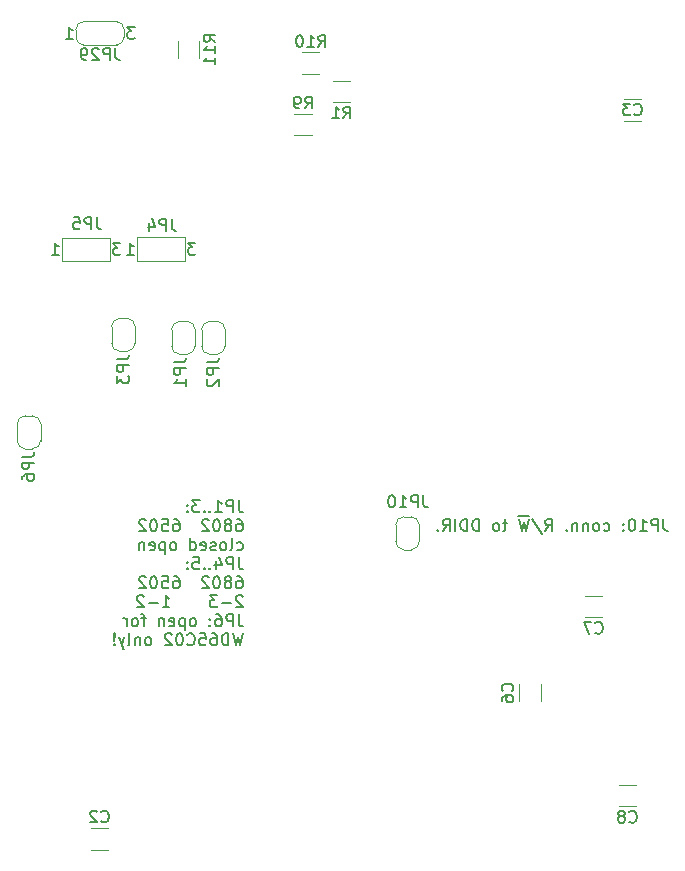
<source format=gbr>
%TF.GenerationSoftware,KiCad,Pcbnew,7.0.5-7.0.5~ubuntu20.04.1*%
%TF.CreationDate,2023-07-18T13:55:01+02:00*%
%TF.ProjectId,CPU6502_6802,43505536-3530-4325-9f36-3830322e6b69,rev?*%
%TF.SameCoordinates,Original*%
%TF.FileFunction,Legend,Bot*%
%TF.FilePolarity,Positive*%
%FSLAX46Y46*%
G04 Gerber Fmt 4.6, Leading zero omitted, Abs format (unit mm)*
G04 Created by KiCad (PCBNEW 7.0.5-7.0.5~ubuntu20.04.1) date 2023-07-18 13:55:01*
%MOMM*%
%LPD*%
G01*
G04 APERTURE LIST*
%ADD10C,0.200000*%
%ADD11C,0.150000*%
%ADD12C,0.120000*%
G04 APERTURE END LIST*
D10*
X185933012Y-103743819D02*
X185933012Y-104458104D01*
X185933012Y-104458104D02*
X185980631Y-104600961D01*
X185980631Y-104600961D02*
X186075869Y-104696200D01*
X186075869Y-104696200D02*
X186218726Y-104743819D01*
X186218726Y-104743819D02*
X186313964Y-104743819D01*
X185456821Y-104743819D02*
X185456821Y-103743819D01*
X185456821Y-103743819D02*
X185075869Y-103743819D01*
X185075869Y-103743819D02*
X184980631Y-103791438D01*
X184980631Y-103791438D02*
X184933012Y-103839057D01*
X184933012Y-103839057D02*
X184885393Y-103934295D01*
X184885393Y-103934295D02*
X184885393Y-104077152D01*
X184885393Y-104077152D02*
X184933012Y-104172390D01*
X184933012Y-104172390D02*
X184980631Y-104220009D01*
X184980631Y-104220009D02*
X185075869Y-104267628D01*
X185075869Y-104267628D02*
X185456821Y-104267628D01*
X183933012Y-104743819D02*
X184504440Y-104743819D01*
X184218726Y-104743819D02*
X184218726Y-103743819D01*
X184218726Y-103743819D02*
X184313964Y-103886676D01*
X184313964Y-103886676D02*
X184409202Y-103981914D01*
X184409202Y-103981914D02*
X184504440Y-104029533D01*
X183313964Y-103743819D02*
X183218726Y-103743819D01*
X183218726Y-103743819D02*
X183123488Y-103791438D01*
X183123488Y-103791438D02*
X183075869Y-103839057D01*
X183075869Y-103839057D02*
X183028250Y-103934295D01*
X183028250Y-103934295D02*
X182980631Y-104124771D01*
X182980631Y-104124771D02*
X182980631Y-104362866D01*
X182980631Y-104362866D02*
X183028250Y-104553342D01*
X183028250Y-104553342D02*
X183075869Y-104648580D01*
X183075869Y-104648580D02*
X183123488Y-104696200D01*
X183123488Y-104696200D02*
X183218726Y-104743819D01*
X183218726Y-104743819D02*
X183313964Y-104743819D01*
X183313964Y-104743819D02*
X183409202Y-104696200D01*
X183409202Y-104696200D02*
X183456821Y-104648580D01*
X183456821Y-104648580D02*
X183504440Y-104553342D01*
X183504440Y-104553342D02*
X183552059Y-104362866D01*
X183552059Y-104362866D02*
X183552059Y-104124771D01*
X183552059Y-104124771D02*
X183504440Y-103934295D01*
X183504440Y-103934295D02*
X183456821Y-103839057D01*
X183456821Y-103839057D02*
X183409202Y-103791438D01*
X183409202Y-103791438D02*
X183313964Y-103743819D01*
X182552059Y-104648580D02*
X182504440Y-104696200D01*
X182504440Y-104696200D02*
X182552059Y-104743819D01*
X182552059Y-104743819D02*
X182599678Y-104696200D01*
X182599678Y-104696200D02*
X182552059Y-104648580D01*
X182552059Y-104648580D02*
X182552059Y-104743819D01*
X182552059Y-104124771D02*
X182504440Y-104172390D01*
X182504440Y-104172390D02*
X182552059Y-104220009D01*
X182552059Y-104220009D02*
X182599678Y-104172390D01*
X182599678Y-104172390D02*
X182552059Y-104124771D01*
X182552059Y-104124771D02*
X182552059Y-104220009D01*
X180885393Y-104696200D02*
X180980631Y-104743819D01*
X180980631Y-104743819D02*
X181171107Y-104743819D01*
X181171107Y-104743819D02*
X181266345Y-104696200D01*
X181266345Y-104696200D02*
X181313964Y-104648580D01*
X181313964Y-104648580D02*
X181361583Y-104553342D01*
X181361583Y-104553342D02*
X181361583Y-104267628D01*
X181361583Y-104267628D02*
X181313964Y-104172390D01*
X181313964Y-104172390D02*
X181266345Y-104124771D01*
X181266345Y-104124771D02*
X181171107Y-104077152D01*
X181171107Y-104077152D02*
X180980631Y-104077152D01*
X180980631Y-104077152D02*
X180885393Y-104124771D01*
X180313964Y-104743819D02*
X180409202Y-104696200D01*
X180409202Y-104696200D02*
X180456821Y-104648580D01*
X180456821Y-104648580D02*
X180504440Y-104553342D01*
X180504440Y-104553342D02*
X180504440Y-104267628D01*
X180504440Y-104267628D02*
X180456821Y-104172390D01*
X180456821Y-104172390D02*
X180409202Y-104124771D01*
X180409202Y-104124771D02*
X180313964Y-104077152D01*
X180313964Y-104077152D02*
X180171107Y-104077152D01*
X180171107Y-104077152D02*
X180075869Y-104124771D01*
X180075869Y-104124771D02*
X180028250Y-104172390D01*
X180028250Y-104172390D02*
X179980631Y-104267628D01*
X179980631Y-104267628D02*
X179980631Y-104553342D01*
X179980631Y-104553342D02*
X180028250Y-104648580D01*
X180028250Y-104648580D02*
X180075869Y-104696200D01*
X180075869Y-104696200D02*
X180171107Y-104743819D01*
X180171107Y-104743819D02*
X180313964Y-104743819D01*
X179552059Y-104077152D02*
X179552059Y-104743819D01*
X179552059Y-104172390D02*
X179504440Y-104124771D01*
X179504440Y-104124771D02*
X179409202Y-104077152D01*
X179409202Y-104077152D02*
X179266345Y-104077152D01*
X179266345Y-104077152D02*
X179171107Y-104124771D01*
X179171107Y-104124771D02*
X179123488Y-104220009D01*
X179123488Y-104220009D02*
X179123488Y-104743819D01*
X178647297Y-104077152D02*
X178647297Y-104743819D01*
X178647297Y-104172390D02*
X178599678Y-104124771D01*
X178599678Y-104124771D02*
X178504440Y-104077152D01*
X178504440Y-104077152D02*
X178361583Y-104077152D01*
X178361583Y-104077152D02*
X178266345Y-104124771D01*
X178266345Y-104124771D02*
X178218726Y-104220009D01*
X178218726Y-104220009D02*
X178218726Y-104743819D01*
X177742535Y-104648580D02*
X177694916Y-104696200D01*
X177694916Y-104696200D02*
X177742535Y-104743819D01*
X177742535Y-104743819D02*
X177790154Y-104696200D01*
X177790154Y-104696200D02*
X177742535Y-104648580D01*
X177742535Y-104648580D02*
X177742535Y-104743819D01*
X175933012Y-104743819D02*
X176266345Y-104267628D01*
X176504440Y-104743819D02*
X176504440Y-103743819D01*
X176504440Y-103743819D02*
X176123488Y-103743819D01*
X176123488Y-103743819D02*
X176028250Y-103791438D01*
X176028250Y-103791438D02*
X175980631Y-103839057D01*
X175980631Y-103839057D02*
X175933012Y-103934295D01*
X175933012Y-103934295D02*
X175933012Y-104077152D01*
X175933012Y-104077152D02*
X175980631Y-104172390D01*
X175980631Y-104172390D02*
X176028250Y-104220009D01*
X176028250Y-104220009D02*
X176123488Y-104267628D01*
X176123488Y-104267628D02*
X176504440Y-104267628D01*
X174790155Y-103696200D02*
X175647297Y-104981914D01*
X174552059Y-103743819D02*
X174313964Y-104743819D01*
X174313964Y-104743819D02*
X174123488Y-104029533D01*
X174123488Y-104029533D02*
X173933012Y-104743819D01*
X173933012Y-104743819D02*
X173694917Y-103743819D01*
X174594917Y-103466200D02*
X173652060Y-103466200D01*
X172694916Y-104077152D02*
X172313964Y-104077152D01*
X172552059Y-103743819D02*
X172552059Y-104600961D01*
X172552059Y-104600961D02*
X172504440Y-104696200D01*
X172504440Y-104696200D02*
X172409202Y-104743819D01*
X172409202Y-104743819D02*
X172313964Y-104743819D01*
X171837773Y-104743819D02*
X171933011Y-104696200D01*
X171933011Y-104696200D02*
X171980630Y-104648580D01*
X171980630Y-104648580D02*
X172028249Y-104553342D01*
X172028249Y-104553342D02*
X172028249Y-104267628D01*
X172028249Y-104267628D02*
X171980630Y-104172390D01*
X171980630Y-104172390D02*
X171933011Y-104124771D01*
X171933011Y-104124771D02*
X171837773Y-104077152D01*
X171837773Y-104077152D02*
X171694916Y-104077152D01*
X171694916Y-104077152D02*
X171599678Y-104124771D01*
X171599678Y-104124771D02*
X171552059Y-104172390D01*
X171552059Y-104172390D02*
X171504440Y-104267628D01*
X171504440Y-104267628D02*
X171504440Y-104553342D01*
X171504440Y-104553342D02*
X171552059Y-104648580D01*
X171552059Y-104648580D02*
X171599678Y-104696200D01*
X171599678Y-104696200D02*
X171694916Y-104743819D01*
X171694916Y-104743819D02*
X171837773Y-104743819D01*
X170313963Y-104743819D02*
X170313963Y-103743819D01*
X170313963Y-103743819D02*
X170075868Y-103743819D01*
X170075868Y-103743819D02*
X169933011Y-103791438D01*
X169933011Y-103791438D02*
X169837773Y-103886676D01*
X169837773Y-103886676D02*
X169790154Y-103981914D01*
X169790154Y-103981914D02*
X169742535Y-104172390D01*
X169742535Y-104172390D02*
X169742535Y-104315247D01*
X169742535Y-104315247D02*
X169790154Y-104505723D01*
X169790154Y-104505723D02*
X169837773Y-104600961D01*
X169837773Y-104600961D02*
X169933011Y-104696200D01*
X169933011Y-104696200D02*
X170075868Y-104743819D01*
X170075868Y-104743819D02*
X170313963Y-104743819D01*
X169313963Y-104743819D02*
X169313963Y-103743819D01*
X169313963Y-103743819D02*
X169075868Y-103743819D01*
X169075868Y-103743819D02*
X168933011Y-103791438D01*
X168933011Y-103791438D02*
X168837773Y-103886676D01*
X168837773Y-103886676D02*
X168790154Y-103981914D01*
X168790154Y-103981914D02*
X168742535Y-104172390D01*
X168742535Y-104172390D02*
X168742535Y-104315247D01*
X168742535Y-104315247D02*
X168790154Y-104505723D01*
X168790154Y-104505723D02*
X168837773Y-104600961D01*
X168837773Y-104600961D02*
X168933011Y-104696200D01*
X168933011Y-104696200D02*
X169075868Y-104743819D01*
X169075868Y-104743819D02*
X169313963Y-104743819D01*
X168313963Y-104743819D02*
X168313963Y-103743819D01*
X167266345Y-104743819D02*
X167599678Y-104267628D01*
X167837773Y-104743819D02*
X167837773Y-103743819D01*
X167837773Y-103743819D02*
X167456821Y-103743819D01*
X167456821Y-103743819D02*
X167361583Y-103791438D01*
X167361583Y-103791438D02*
X167313964Y-103839057D01*
X167313964Y-103839057D02*
X167266345Y-103934295D01*
X167266345Y-103934295D02*
X167266345Y-104077152D01*
X167266345Y-104077152D02*
X167313964Y-104172390D01*
X167313964Y-104172390D02*
X167361583Y-104220009D01*
X167361583Y-104220009D02*
X167456821Y-104267628D01*
X167456821Y-104267628D02*
X167837773Y-104267628D01*
X166837773Y-104648580D02*
X166790154Y-104696200D01*
X166790154Y-104696200D02*
X166837773Y-104743819D01*
X166837773Y-104743819D02*
X166885392Y-104696200D01*
X166885392Y-104696200D02*
X166837773Y-104648580D01*
X166837773Y-104648580D02*
X166837773Y-104743819D01*
X149966612Y-102151219D02*
X149966612Y-102865504D01*
X149966612Y-102865504D02*
X150014231Y-103008361D01*
X150014231Y-103008361D02*
X150109469Y-103103600D01*
X150109469Y-103103600D02*
X150252326Y-103151219D01*
X150252326Y-103151219D02*
X150347564Y-103151219D01*
X149490421Y-103151219D02*
X149490421Y-102151219D01*
X149490421Y-102151219D02*
X149109469Y-102151219D01*
X149109469Y-102151219D02*
X149014231Y-102198838D01*
X149014231Y-102198838D02*
X148966612Y-102246457D01*
X148966612Y-102246457D02*
X148918993Y-102341695D01*
X148918993Y-102341695D02*
X148918993Y-102484552D01*
X148918993Y-102484552D02*
X148966612Y-102579790D01*
X148966612Y-102579790D02*
X149014231Y-102627409D01*
X149014231Y-102627409D02*
X149109469Y-102675028D01*
X149109469Y-102675028D02*
X149490421Y-102675028D01*
X147966612Y-103151219D02*
X148538040Y-103151219D01*
X148252326Y-103151219D02*
X148252326Y-102151219D01*
X148252326Y-102151219D02*
X148347564Y-102294076D01*
X148347564Y-102294076D02*
X148442802Y-102389314D01*
X148442802Y-102389314D02*
X148538040Y-102436933D01*
X147538040Y-103055980D02*
X147490421Y-103103600D01*
X147490421Y-103103600D02*
X147538040Y-103151219D01*
X147538040Y-103151219D02*
X147585659Y-103103600D01*
X147585659Y-103103600D02*
X147538040Y-103055980D01*
X147538040Y-103055980D02*
X147538040Y-103151219D01*
X147061850Y-103055980D02*
X147014231Y-103103600D01*
X147014231Y-103103600D02*
X147061850Y-103151219D01*
X147061850Y-103151219D02*
X147109469Y-103103600D01*
X147109469Y-103103600D02*
X147061850Y-103055980D01*
X147061850Y-103055980D02*
X147061850Y-103151219D01*
X146680898Y-102151219D02*
X146061851Y-102151219D01*
X146061851Y-102151219D02*
X146395184Y-102532171D01*
X146395184Y-102532171D02*
X146252327Y-102532171D01*
X146252327Y-102532171D02*
X146157089Y-102579790D01*
X146157089Y-102579790D02*
X146109470Y-102627409D01*
X146109470Y-102627409D02*
X146061851Y-102722647D01*
X146061851Y-102722647D02*
X146061851Y-102960742D01*
X146061851Y-102960742D02*
X146109470Y-103055980D01*
X146109470Y-103055980D02*
X146157089Y-103103600D01*
X146157089Y-103103600D02*
X146252327Y-103151219D01*
X146252327Y-103151219D02*
X146538041Y-103151219D01*
X146538041Y-103151219D02*
X146633279Y-103103600D01*
X146633279Y-103103600D02*
X146680898Y-103055980D01*
X145633279Y-103055980D02*
X145585660Y-103103600D01*
X145585660Y-103103600D02*
X145633279Y-103151219D01*
X145633279Y-103151219D02*
X145680898Y-103103600D01*
X145680898Y-103103600D02*
X145633279Y-103055980D01*
X145633279Y-103055980D02*
X145633279Y-103151219D01*
X145633279Y-102532171D02*
X145585660Y-102579790D01*
X145585660Y-102579790D02*
X145633279Y-102627409D01*
X145633279Y-102627409D02*
X145680898Y-102579790D01*
X145680898Y-102579790D02*
X145633279Y-102532171D01*
X145633279Y-102532171D02*
X145633279Y-102627409D01*
X149823755Y-103761219D02*
X150014231Y-103761219D01*
X150014231Y-103761219D02*
X150109469Y-103808838D01*
X150109469Y-103808838D02*
X150157088Y-103856457D01*
X150157088Y-103856457D02*
X150252326Y-103999314D01*
X150252326Y-103999314D02*
X150299945Y-104189790D01*
X150299945Y-104189790D02*
X150299945Y-104570742D01*
X150299945Y-104570742D02*
X150252326Y-104665980D01*
X150252326Y-104665980D02*
X150204707Y-104713600D01*
X150204707Y-104713600D02*
X150109469Y-104761219D01*
X150109469Y-104761219D02*
X149918993Y-104761219D01*
X149918993Y-104761219D02*
X149823755Y-104713600D01*
X149823755Y-104713600D02*
X149776136Y-104665980D01*
X149776136Y-104665980D02*
X149728517Y-104570742D01*
X149728517Y-104570742D02*
X149728517Y-104332647D01*
X149728517Y-104332647D02*
X149776136Y-104237409D01*
X149776136Y-104237409D02*
X149823755Y-104189790D01*
X149823755Y-104189790D02*
X149918993Y-104142171D01*
X149918993Y-104142171D02*
X150109469Y-104142171D01*
X150109469Y-104142171D02*
X150204707Y-104189790D01*
X150204707Y-104189790D02*
X150252326Y-104237409D01*
X150252326Y-104237409D02*
X150299945Y-104332647D01*
X149157088Y-104189790D02*
X149252326Y-104142171D01*
X149252326Y-104142171D02*
X149299945Y-104094552D01*
X149299945Y-104094552D02*
X149347564Y-103999314D01*
X149347564Y-103999314D02*
X149347564Y-103951695D01*
X149347564Y-103951695D02*
X149299945Y-103856457D01*
X149299945Y-103856457D02*
X149252326Y-103808838D01*
X149252326Y-103808838D02*
X149157088Y-103761219D01*
X149157088Y-103761219D02*
X148966612Y-103761219D01*
X148966612Y-103761219D02*
X148871374Y-103808838D01*
X148871374Y-103808838D02*
X148823755Y-103856457D01*
X148823755Y-103856457D02*
X148776136Y-103951695D01*
X148776136Y-103951695D02*
X148776136Y-103999314D01*
X148776136Y-103999314D02*
X148823755Y-104094552D01*
X148823755Y-104094552D02*
X148871374Y-104142171D01*
X148871374Y-104142171D02*
X148966612Y-104189790D01*
X148966612Y-104189790D02*
X149157088Y-104189790D01*
X149157088Y-104189790D02*
X149252326Y-104237409D01*
X149252326Y-104237409D02*
X149299945Y-104285028D01*
X149299945Y-104285028D02*
X149347564Y-104380266D01*
X149347564Y-104380266D02*
X149347564Y-104570742D01*
X149347564Y-104570742D02*
X149299945Y-104665980D01*
X149299945Y-104665980D02*
X149252326Y-104713600D01*
X149252326Y-104713600D02*
X149157088Y-104761219D01*
X149157088Y-104761219D02*
X148966612Y-104761219D01*
X148966612Y-104761219D02*
X148871374Y-104713600D01*
X148871374Y-104713600D02*
X148823755Y-104665980D01*
X148823755Y-104665980D02*
X148776136Y-104570742D01*
X148776136Y-104570742D02*
X148776136Y-104380266D01*
X148776136Y-104380266D02*
X148823755Y-104285028D01*
X148823755Y-104285028D02*
X148871374Y-104237409D01*
X148871374Y-104237409D02*
X148966612Y-104189790D01*
X148157088Y-103761219D02*
X148061850Y-103761219D01*
X148061850Y-103761219D02*
X147966612Y-103808838D01*
X147966612Y-103808838D02*
X147918993Y-103856457D01*
X147918993Y-103856457D02*
X147871374Y-103951695D01*
X147871374Y-103951695D02*
X147823755Y-104142171D01*
X147823755Y-104142171D02*
X147823755Y-104380266D01*
X147823755Y-104380266D02*
X147871374Y-104570742D01*
X147871374Y-104570742D02*
X147918993Y-104665980D01*
X147918993Y-104665980D02*
X147966612Y-104713600D01*
X147966612Y-104713600D02*
X148061850Y-104761219D01*
X148061850Y-104761219D02*
X148157088Y-104761219D01*
X148157088Y-104761219D02*
X148252326Y-104713600D01*
X148252326Y-104713600D02*
X148299945Y-104665980D01*
X148299945Y-104665980D02*
X148347564Y-104570742D01*
X148347564Y-104570742D02*
X148395183Y-104380266D01*
X148395183Y-104380266D02*
X148395183Y-104142171D01*
X148395183Y-104142171D02*
X148347564Y-103951695D01*
X148347564Y-103951695D02*
X148299945Y-103856457D01*
X148299945Y-103856457D02*
X148252326Y-103808838D01*
X148252326Y-103808838D02*
X148157088Y-103761219D01*
X147442802Y-103856457D02*
X147395183Y-103808838D01*
X147395183Y-103808838D02*
X147299945Y-103761219D01*
X147299945Y-103761219D02*
X147061850Y-103761219D01*
X147061850Y-103761219D02*
X146966612Y-103808838D01*
X146966612Y-103808838D02*
X146918993Y-103856457D01*
X146918993Y-103856457D02*
X146871374Y-103951695D01*
X146871374Y-103951695D02*
X146871374Y-104046933D01*
X146871374Y-104046933D02*
X146918993Y-104189790D01*
X146918993Y-104189790D02*
X147490421Y-104761219D01*
X147490421Y-104761219D02*
X146871374Y-104761219D01*
X144490421Y-103761219D02*
X144680897Y-103761219D01*
X144680897Y-103761219D02*
X144776135Y-103808838D01*
X144776135Y-103808838D02*
X144823754Y-103856457D01*
X144823754Y-103856457D02*
X144918992Y-103999314D01*
X144918992Y-103999314D02*
X144966611Y-104189790D01*
X144966611Y-104189790D02*
X144966611Y-104570742D01*
X144966611Y-104570742D02*
X144918992Y-104665980D01*
X144918992Y-104665980D02*
X144871373Y-104713600D01*
X144871373Y-104713600D02*
X144776135Y-104761219D01*
X144776135Y-104761219D02*
X144585659Y-104761219D01*
X144585659Y-104761219D02*
X144490421Y-104713600D01*
X144490421Y-104713600D02*
X144442802Y-104665980D01*
X144442802Y-104665980D02*
X144395183Y-104570742D01*
X144395183Y-104570742D02*
X144395183Y-104332647D01*
X144395183Y-104332647D02*
X144442802Y-104237409D01*
X144442802Y-104237409D02*
X144490421Y-104189790D01*
X144490421Y-104189790D02*
X144585659Y-104142171D01*
X144585659Y-104142171D02*
X144776135Y-104142171D01*
X144776135Y-104142171D02*
X144871373Y-104189790D01*
X144871373Y-104189790D02*
X144918992Y-104237409D01*
X144918992Y-104237409D02*
X144966611Y-104332647D01*
X143490421Y-103761219D02*
X143966611Y-103761219D01*
X143966611Y-103761219D02*
X144014230Y-104237409D01*
X144014230Y-104237409D02*
X143966611Y-104189790D01*
X143966611Y-104189790D02*
X143871373Y-104142171D01*
X143871373Y-104142171D02*
X143633278Y-104142171D01*
X143633278Y-104142171D02*
X143538040Y-104189790D01*
X143538040Y-104189790D02*
X143490421Y-104237409D01*
X143490421Y-104237409D02*
X143442802Y-104332647D01*
X143442802Y-104332647D02*
X143442802Y-104570742D01*
X143442802Y-104570742D02*
X143490421Y-104665980D01*
X143490421Y-104665980D02*
X143538040Y-104713600D01*
X143538040Y-104713600D02*
X143633278Y-104761219D01*
X143633278Y-104761219D02*
X143871373Y-104761219D01*
X143871373Y-104761219D02*
X143966611Y-104713600D01*
X143966611Y-104713600D02*
X144014230Y-104665980D01*
X142823754Y-103761219D02*
X142728516Y-103761219D01*
X142728516Y-103761219D02*
X142633278Y-103808838D01*
X142633278Y-103808838D02*
X142585659Y-103856457D01*
X142585659Y-103856457D02*
X142538040Y-103951695D01*
X142538040Y-103951695D02*
X142490421Y-104142171D01*
X142490421Y-104142171D02*
X142490421Y-104380266D01*
X142490421Y-104380266D02*
X142538040Y-104570742D01*
X142538040Y-104570742D02*
X142585659Y-104665980D01*
X142585659Y-104665980D02*
X142633278Y-104713600D01*
X142633278Y-104713600D02*
X142728516Y-104761219D01*
X142728516Y-104761219D02*
X142823754Y-104761219D01*
X142823754Y-104761219D02*
X142918992Y-104713600D01*
X142918992Y-104713600D02*
X142966611Y-104665980D01*
X142966611Y-104665980D02*
X143014230Y-104570742D01*
X143014230Y-104570742D02*
X143061849Y-104380266D01*
X143061849Y-104380266D02*
X143061849Y-104142171D01*
X143061849Y-104142171D02*
X143014230Y-103951695D01*
X143014230Y-103951695D02*
X142966611Y-103856457D01*
X142966611Y-103856457D02*
X142918992Y-103808838D01*
X142918992Y-103808838D02*
X142823754Y-103761219D01*
X142109468Y-103856457D02*
X142061849Y-103808838D01*
X142061849Y-103808838D02*
X141966611Y-103761219D01*
X141966611Y-103761219D02*
X141728516Y-103761219D01*
X141728516Y-103761219D02*
X141633278Y-103808838D01*
X141633278Y-103808838D02*
X141585659Y-103856457D01*
X141585659Y-103856457D02*
X141538040Y-103951695D01*
X141538040Y-103951695D02*
X141538040Y-104046933D01*
X141538040Y-104046933D02*
X141585659Y-104189790D01*
X141585659Y-104189790D02*
X142157087Y-104761219D01*
X142157087Y-104761219D02*
X141538040Y-104761219D01*
X149823755Y-106323600D02*
X149918993Y-106371219D01*
X149918993Y-106371219D02*
X150109469Y-106371219D01*
X150109469Y-106371219D02*
X150204707Y-106323600D01*
X150204707Y-106323600D02*
X150252326Y-106275980D01*
X150252326Y-106275980D02*
X150299945Y-106180742D01*
X150299945Y-106180742D02*
X150299945Y-105895028D01*
X150299945Y-105895028D02*
X150252326Y-105799790D01*
X150252326Y-105799790D02*
X150204707Y-105752171D01*
X150204707Y-105752171D02*
X150109469Y-105704552D01*
X150109469Y-105704552D02*
X149918993Y-105704552D01*
X149918993Y-105704552D02*
X149823755Y-105752171D01*
X149252326Y-106371219D02*
X149347564Y-106323600D01*
X149347564Y-106323600D02*
X149395183Y-106228361D01*
X149395183Y-106228361D02*
X149395183Y-105371219D01*
X148728516Y-106371219D02*
X148823754Y-106323600D01*
X148823754Y-106323600D02*
X148871373Y-106275980D01*
X148871373Y-106275980D02*
X148918992Y-106180742D01*
X148918992Y-106180742D02*
X148918992Y-105895028D01*
X148918992Y-105895028D02*
X148871373Y-105799790D01*
X148871373Y-105799790D02*
X148823754Y-105752171D01*
X148823754Y-105752171D02*
X148728516Y-105704552D01*
X148728516Y-105704552D02*
X148585659Y-105704552D01*
X148585659Y-105704552D02*
X148490421Y-105752171D01*
X148490421Y-105752171D02*
X148442802Y-105799790D01*
X148442802Y-105799790D02*
X148395183Y-105895028D01*
X148395183Y-105895028D02*
X148395183Y-106180742D01*
X148395183Y-106180742D02*
X148442802Y-106275980D01*
X148442802Y-106275980D02*
X148490421Y-106323600D01*
X148490421Y-106323600D02*
X148585659Y-106371219D01*
X148585659Y-106371219D02*
X148728516Y-106371219D01*
X148014230Y-106323600D02*
X147918992Y-106371219D01*
X147918992Y-106371219D02*
X147728516Y-106371219D01*
X147728516Y-106371219D02*
X147633278Y-106323600D01*
X147633278Y-106323600D02*
X147585659Y-106228361D01*
X147585659Y-106228361D02*
X147585659Y-106180742D01*
X147585659Y-106180742D02*
X147633278Y-106085504D01*
X147633278Y-106085504D02*
X147728516Y-106037885D01*
X147728516Y-106037885D02*
X147871373Y-106037885D01*
X147871373Y-106037885D02*
X147966611Y-105990266D01*
X147966611Y-105990266D02*
X148014230Y-105895028D01*
X148014230Y-105895028D02*
X148014230Y-105847409D01*
X148014230Y-105847409D02*
X147966611Y-105752171D01*
X147966611Y-105752171D02*
X147871373Y-105704552D01*
X147871373Y-105704552D02*
X147728516Y-105704552D01*
X147728516Y-105704552D02*
X147633278Y-105752171D01*
X146776135Y-106323600D02*
X146871373Y-106371219D01*
X146871373Y-106371219D02*
X147061849Y-106371219D01*
X147061849Y-106371219D02*
X147157087Y-106323600D01*
X147157087Y-106323600D02*
X147204706Y-106228361D01*
X147204706Y-106228361D02*
X147204706Y-105847409D01*
X147204706Y-105847409D02*
X147157087Y-105752171D01*
X147157087Y-105752171D02*
X147061849Y-105704552D01*
X147061849Y-105704552D02*
X146871373Y-105704552D01*
X146871373Y-105704552D02*
X146776135Y-105752171D01*
X146776135Y-105752171D02*
X146728516Y-105847409D01*
X146728516Y-105847409D02*
X146728516Y-105942647D01*
X146728516Y-105942647D02*
X147204706Y-106037885D01*
X145871373Y-106371219D02*
X145871373Y-105371219D01*
X145871373Y-106323600D02*
X145966611Y-106371219D01*
X145966611Y-106371219D02*
X146157087Y-106371219D01*
X146157087Y-106371219D02*
X146252325Y-106323600D01*
X146252325Y-106323600D02*
X146299944Y-106275980D01*
X146299944Y-106275980D02*
X146347563Y-106180742D01*
X146347563Y-106180742D02*
X146347563Y-105895028D01*
X146347563Y-105895028D02*
X146299944Y-105799790D01*
X146299944Y-105799790D02*
X146252325Y-105752171D01*
X146252325Y-105752171D02*
X146157087Y-105704552D01*
X146157087Y-105704552D02*
X145966611Y-105704552D01*
X145966611Y-105704552D02*
X145871373Y-105752171D01*
X144490420Y-106371219D02*
X144585658Y-106323600D01*
X144585658Y-106323600D02*
X144633277Y-106275980D01*
X144633277Y-106275980D02*
X144680896Y-106180742D01*
X144680896Y-106180742D02*
X144680896Y-105895028D01*
X144680896Y-105895028D02*
X144633277Y-105799790D01*
X144633277Y-105799790D02*
X144585658Y-105752171D01*
X144585658Y-105752171D02*
X144490420Y-105704552D01*
X144490420Y-105704552D02*
X144347563Y-105704552D01*
X144347563Y-105704552D02*
X144252325Y-105752171D01*
X144252325Y-105752171D02*
X144204706Y-105799790D01*
X144204706Y-105799790D02*
X144157087Y-105895028D01*
X144157087Y-105895028D02*
X144157087Y-106180742D01*
X144157087Y-106180742D02*
X144204706Y-106275980D01*
X144204706Y-106275980D02*
X144252325Y-106323600D01*
X144252325Y-106323600D02*
X144347563Y-106371219D01*
X144347563Y-106371219D02*
X144490420Y-106371219D01*
X143728515Y-105704552D02*
X143728515Y-106704552D01*
X143728515Y-105752171D02*
X143633277Y-105704552D01*
X143633277Y-105704552D02*
X143442801Y-105704552D01*
X143442801Y-105704552D02*
X143347563Y-105752171D01*
X143347563Y-105752171D02*
X143299944Y-105799790D01*
X143299944Y-105799790D02*
X143252325Y-105895028D01*
X143252325Y-105895028D02*
X143252325Y-106180742D01*
X143252325Y-106180742D02*
X143299944Y-106275980D01*
X143299944Y-106275980D02*
X143347563Y-106323600D01*
X143347563Y-106323600D02*
X143442801Y-106371219D01*
X143442801Y-106371219D02*
X143633277Y-106371219D01*
X143633277Y-106371219D02*
X143728515Y-106323600D01*
X142442801Y-106323600D02*
X142538039Y-106371219D01*
X142538039Y-106371219D02*
X142728515Y-106371219D01*
X142728515Y-106371219D02*
X142823753Y-106323600D01*
X142823753Y-106323600D02*
X142871372Y-106228361D01*
X142871372Y-106228361D02*
X142871372Y-105847409D01*
X142871372Y-105847409D02*
X142823753Y-105752171D01*
X142823753Y-105752171D02*
X142728515Y-105704552D01*
X142728515Y-105704552D02*
X142538039Y-105704552D01*
X142538039Y-105704552D02*
X142442801Y-105752171D01*
X142442801Y-105752171D02*
X142395182Y-105847409D01*
X142395182Y-105847409D02*
X142395182Y-105942647D01*
X142395182Y-105942647D02*
X142871372Y-106037885D01*
X141966610Y-105704552D02*
X141966610Y-106371219D01*
X141966610Y-105799790D02*
X141918991Y-105752171D01*
X141918991Y-105752171D02*
X141823753Y-105704552D01*
X141823753Y-105704552D02*
X141680896Y-105704552D01*
X141680896Y-105704552D02*
X141585658Y-105752171D01*
X141585658Y-105752171D02*
X141538039Y-105847409D01*
X141538039Y-105847409D02*
X141538039Y-106371219D01*
X149966612Y-106981219D02*
X149966612Y-107695504D01*
X149966612Y-107695504D02*
X150014231Y-107838361D01*
X150014231Y-107838361D02*
X150109469Y-107933600D01*
X150109469Y-107933600D02*
X150252326Y-107981219D01*
X150252326Y-107981219D02*
X150347564Y-107981219D01*
X149490421Y-107981219D02*
X149490421Y-106981219D01*
X149490421Y-106981219D02*
X149109469Y-106981219D01*
X149109469Y-106981219D02*
X149014231Y-107028838D01*
X149014231Y-107028838D02*
X148966612Y-107076457D01*
X148966612Y-107076457D02*
X148918993Y-107171695D01*
X148918993Y-107171695D02*
X148918993Y-107314552D01*
X148918993Y-107314552D02*
X148966612Y-107409790D01*
X148966612Y-107409790D02*
X149014231Y-107457409D01*
X149014231Y-107457409D02*
X149109469Y-107505028D01*
X149109469Y-107505028D02*
X149490421Y-107505028D01*
X148061850Y-107314552D02*
X148061850Y-107981219D01*
X148299945Y-106933600D02*
X148538040Y-107647885D01*
X148538040Y-107647885D02*
X147918993Y-107647885D01*
X147538040Y-107885980D02*
X147490421Y-107933600D01*
X147490421Y-107933600D02*
X147538040Y-107981219D01*
X147538040Y-107981219D02*
X147585659Y-107933600D01*
X147585659Y-107933600D02*
X147538040Y-107885980D01*
X147538040Y-107885980D02*
X147538040Y-107981219D01*
X147061850Y-107885980D02*
X147014231Y-107933600D01*
X147014231Y-107933600D02*
X147061850Y-107981219D01*
X147061850Y-107981219D02*
X147109469Y-107933600D01*
X147109469Y-107933600D02*
X147061850Y-107885980D01*
X147061850Y-107885980D02*
X147061850Y-107981219D01*
X146109470Y-106981219D02*
X146585660Y-106981219D01*
X146585660Y-106981219D02*
X146633279Y-107457409D01*
X146633279Y-107457409D02*
X146585660Y-107409790D01*
X146585660Y-107409790D02*
X146490422Y-107362171D01*
X146490422Y-107362171D02*
X146252327Y-107362171D01*
X146252327Y-107362171D02*
X146157089Y-107409790D01*
X146157089Y-107409790D02*
X146109470Y-107457409D01*
X146109470Y-107457409D02*
X146061851Y-107552647D01*
X146061851Y-107552647D02*
X146061851Y-107790742D01*
X146061851Y-107790742D02*
X146109470Y-107885980D01*
X146109470Y-107885980D02*
X146157089Y-107933600D01*
X146157089Y-107933600D02*
X146252327Y-107981219D01*
X146252327Y-107981219D02*
X146490422Y-107981219D01*
X146490422Y-107981219D02*
X146585660Y-107933600D01*
X146585660Y-107933600D02*
X146633279Y-107885980D01*
X145633279Y-107885980D02*
X145585660Y-107933600D01*
X145585660Y-107933600D02*
X145633279Y-107981219D01*
X145633279Y-107981219D02*
X145680898Y-107933600D01*
X145680898Y-107933600D02*
X145633279Y-107885980D01*
X145633279Y-107885980D02*
X145633279Y-107981219D01*
X145633279Y-107362171D02*
X145585660Y-107409790D01*
X145585660Y-107409790D02*
X145633279Y-107457409D01*
X145633279Y-107457409D02*
X145680898Y-107409790D01*
X145680898Y-107409790D02*
X145633279Y-107362171D01*
X145633279Y-107362171D02*
X145633279Y-107457409D01*
X149823755Y-108591219D02*
X150014231Y-108591219D01*
X150014231Y-108591219D02*
X150109469Y-108638838D01*
X150109469Y-108638838D02*
X150157088Y-108686457D01*
X150157088Y-108686457D02*
X150252326Y-108829314D01*
X150252326Y-108829314D02*
X150299945Y-109019790D01*
X150299945Y-109019790D02*
X150299945Y-109400742D01*
X150299945Y-109400742D02*
X150252326Y-109495980D01*
X150252326Y-109495980D02*
X150204707Y-109543600D01*
X150204707Y-109543600D02*
X150109469Y-109591219D01*
X150109469Y-109591219D02*
X149918993Y-109591219D01*
X149918993Y-109591219D02*
X149823755Y-109543600D01*
X149823755Y-109543600D02*
X149776136Y-109495980D01*
X149776136Y-109495980D02*
X149728517Y-109400742D01*
X149728517Y-109400742D02*
X149728517Y-109162647D01*
X149728517Y-109162647D02*
X149776136Y-109067409D01*
X149776136Y-109067409D02*
X149823755Y-109019790D01*
X149823755Y-109019790D02*
X149918993Y-108972171D01*
X149918993Y-108972171D02*
X150109469Y-108972171D01*
X150109469Y-108972171D02*
X150204707Y-109019790D01*
X150204707Y-109019790D02*
X150252326Y-109067409D01*
X150252326Y-109067409D02*
X150299945Y-109162647D01*
X149157088Y-109019790D02*
X149252326Y-108972171D01*
X149252326Y-108972171D02*
X149299945Y-108924552D01*
X149299945Y-108924552D02*
X149347564Y-108829314D01*
X149347564Y-108829314D02*
X149347564Y-108781695D01*
X149347564Y-108781695D02*
X149299945Y-108686457D01*
X149299945Y-108686457D02*
X149252326Y-108638838D01*
X149252326Y-108638838D02*
X149157088Y-108591219D01*
X149157088Y-108591219D02*
X148966612Y-108591219D01*
X148966612Y-108591219D02*
X148871374Y-108638838D01*
X148871374Y-108638838D02*
X148823755Y-108686457D01*
X148823755Y-108686457D02*
X148776136Y-108781695D01*
X148776136Y-108781695D02*
X148776136Y-108829314D01*
X148776136Y-108829314D02*
X148823755Y-108924552D01*
X148823755Y-108924552D02*
X148871374Y-108972171D01*
X148871374Y-108972171D02*
X148966612Y-109019790D01*
X148966612Y-109019790D02*
X149157088Y-109019790D01*
X149157088Y-109019790D02*
X149252326Y-109067409D01*
X149252326Y-109067409D02*
X149299945Y-109115028D01*
X149299945Y-109115028D02*
X149347564Y-109210266D01*
X149347564Y-109210266D02*
X149347564Y-109400742D01*
X149347564Y-109400742D02*
X149299945Y-109495980D01*
X149299945Y-109495980D02*
X149252326Y-109543600D01*
X149252326Y-109543600D02*
X149157088Y-109591219D01*
X149157088Y-109591219D02*
X148966612Y-109591219D01*
X148966612Y-109591219D02*
X148871374Y-109543600D01*
X148871374Y-109543600D02*
X148823755Y-109495980D01*
X148823755Y-109495980D02*
X148776136Y-109400742D01*
X148776136Y-109400742D02*
X148776136Y-109210266D01*
X148776136Y-109210266D02*
X148823755Y-109115028D01*
X148823755Y-109115028D02*
X148871374Y-109067409D01*
X148871374Y-109067409D02*
X148966612Y-109019790D01*
X148157088Y-108591219D02*
X148061850Y-108591219D01*
X148061850Y-108591219D02*
X147966612Y-108638838D01*
X147966612Y-108638838D02*
X147918993Y-108686457D01*
X147918993Y-108686457D02*
X147871374Y-108781695D01*
X147871374Y-108781695D02*
X147823755Y-108972171D01*
X147823755Y-108972171D02*
X147823755Y-109210266D01*
X147823755Y-109210266D02*
X147871374Y-109400742D01*
X147871374Y-109400742D02*
X147918993Y-109495980D01*
X147918993Y-109495980D02*
X147966612Y-109543600D01*
X147966612Y-109543600D02*
X148061850Y-109591219D01*
X148061850Y-109591219D02*
X148157088Y-109591219D01*
X148157088Y-109591219D02*
X148252326Y-109543600D01*
X148252326Y-109543600D02*
X148299945Y-109495980D01*
X148299945Y-109495980D02*
X148347564Y-109400742D01*
X148347564Y-109400742D02*
X148395183Y-109210266D01*
X148395183Y-109210266D02*
X148395183Y-108972171D01*
X148395183Y-108972171D02*
X148347564Y-108781695D01*
X148347564Y-108781695D02*
X148299945Y-108686457D01*
X148299945Y-108686457D02*
X148252326Y-108638838D01*
X148252326Y-108638838D02*
X148157088Y-108591219D01*
X147442802Y-108686457D02*
X147395183Y-108638838D01*
X147395183Y-108638838D02*
X147299945Y-108591219D01*
X147299945Y-108591219D02*
X147061850Y-108591219D01*
X147061850Y-108591219D02*
X146966612Y-108638838D01*
X146966612Y-108638838D02*
X146918993Y-108686457D01*
X146918993Y-108686457D02*
X146871374Y-108781695D01*
X146871374Y-108781695D02*
X146871374Y-108876933D01*
X146871374Y-108876933D02*
X146918993Y-109019790D01*
X146918993Y-109019790D02*
X147490421Y-109591219D01*
X147490421Y-109591219D02*
X146871374Y-109591219D01*
X144490421Y-108591219D02*
X144680897Y-108591219D01*
X144680897Y-108591219D02*
X144776135Y-108638838D01*
X144776135Y-108638838D02*
X144823754Y-108686457D01*
X144823754Y-108686457D02*
X144918992Y-108829314D01*
X144918992Y-108829314D02*
X144966611Y-109019790D01*
X144966611Y-109019790D02*
X144966611Y-109400742D01*
X144966611Y-109400742D02*
X144918992Y-109495980D01*
X144918992Y-109495980D02*
X144871373Y-109543600D01*
X144871373Y-109543600D02*
X144776135Y-109591219D01*
X144776135Y-109591219D02*
X144585659Y-109591219D01*
X144585659Y-109591219D02*
X144490421Y-109543600D01*
X144490421Y-109543600D02*
X144442802Y-109495980D01*
X144442802Y-109495980D02*
X144395183Y-109400742D01*
X144395183Y-109400742D02*
X144395183Y-109162647D01*
X144395183Y-109162647D02*
X144442802Y-109067409D01*
X144442802Y-109067409D02*
X144490421Y-109019790D01*
X144490421Y-109019790D02*
X144585659Y-108972171D01*
X144585659Y-108972171D02*
X144776135Y-108972171D01*
X144776135Y-108972171D02*
X144871373Y-109019790D01*
X144871373Y-109019790D02*
X144918992Y-109067409D01*
X144918992Y-109067409D02*
X144966611Y-109162647D01*
X143490421Y-108591219D02*
X143966611Y-108591219D01*
X143966611Y-108591219D02*
X144014230Y-109067409D01*
X144014230Y-109067409D02*
X143966611Y-109019790D01*
X143966611Y-109019790D02*
X143871373Y-108972171D01*
X143871373Y-108972171D02*
X143633278Y-108972171D01*
X143633278Y-108972171D02*
X143538040Y-109019790D01*
X143538040Y-109019790D02*
X143490421Y-109067409D01*
X143490421Y-109067409D02*
X143442802Y-109162647D01*
X143442802Y-109162647D02*
X143442802Y-109400742D01*
X143442802Y-109400742D02*
X143490421Y-109495980D01*
X143490421Y-109495980D02*
X143538040Y-109543600D01*
X143538040Y-109543600D02*
X143633278Y-109591219D01*
X143633278Y-109591219D02*
X143871373Y-109591219D01*
X143871373Y-109591219D02*
X143966611Y-109543600D01*
X143966611Y-109543600D02*
X144014230Y-109495980D01*
X142823754Y-108591219D02*
X142728516Y-108591219D01*
X142728516Y-108591219D02*
X142633278Y-108638838D01*
X142633278Y-108638838D02*
X142585659Y-108686457D01*
X142585659Y-108686457D02*
X142538040Y-108781695D01*
X142538040Y-108781695D02*
X142490421Y-108972171D01*
X142490421Y-108972171D02*
X142490421Y-109210266D01*
X142490421Y-109210266D02*
X142538040Y-109400742D01*
X142538040Y-109400742D02*
X142585659Y-109495980D01*
X142585659Y-109495980D02*
X142633278Y-109543600D01*
X142633278Y-109543600D02*
X142728516Y-109591219D01*
X142728516Y-109591219D02*
X142823754Y-109591219D01*
X142823754Y-109591219D02*
X142918992Y-109543600D01*
X142918992Y-109543600D02*
X142966611Y-109495980D01*
X142966611Y-109495980D02*
X143014230Y-109400742D01*
X143014230Y-109400742D02*
X143061849Y-109210266D01*
X143061849Y-109210266D02*
X143061849Y-108972171D01*
X143061849Y-108972171D02*
X143014230Y-108781695D01*
X143014230Y-108781695D02*
X142966611Y-108686457D01*
X142966611Y-108686457D02*
X142918992Y-108638838D01*
X142918992Y-108638838D02*
X142823754Y-108591219D01*
X142109468Y-108686457D02*
X142061849Y-108638838D01*
X142061849Y-108638838D02*
X141966611Y-108591219D01*
X141966611Y-108591219D02*
X141728516Y-108591219D01*
X141728516Y-108591219D02*
X141633278Y-108638838D01*
X141633278Y-108638838D02*
X141585659Y-108686457D01*
X141585659Y-108686457D02*
X141538040Y-108781695D01*
X141538040Y-108781695D02*
X141538040Y-108876933D01*
X141538040Y-108876933D02*
X141585659Y-109019790D01*
X141585659Y-109019790D02*
X142157087Y-109591219D01*
X142157087Y-109591219D02*
X141538040Y-109591219D01*
X150299945Y-110296457D02*
X150252326Y-110248838D01*
X150252326Y-110248838D02*
X150157088Y-110201219D01*
X150157088Y-110201219D02*
X149918993Y-110201219D01*
X149918993Y-110201219D02*
X149823755Y-110248838D01*
X149823755Y-110248838D02*
X149776136Y-110296457D01*
X149776136Y-110296457D02*
X149728517Y-110391695D01*
X149728517Y-110391695D02*
X149728517Y-110486933D01*
X149728517Y-110486933D02*
X149776136Y-110629790D01*
X149776136Y-110629790D02*
X150347564Y-111201219D01*
X150347564Y-111201219D02*
X149728517Y-111201219D01*
X149299945Y-110820266D02*
X148538041Y-110820266D01*
X148157088Y-110201219D02*
X147538041Y-110201219D01*
X147538041Y-110201219D02*
X147871374Y-110582171D01*
X147871374Y-110582171D02*
X147728517Y-110582171D01*
X147728517Y-110582171D02*
X147633279Y-110629790D01*
X147633279Y-110629790D02*
X147585660Y-110677409D01*
X147585660Y-110677409D02*
X147538041Y-110772647D01*
X147538041Y-110772647D02*
X147538041Y-111010742D01*
X147538041Y-111010742D02*
X147585660Y-111105980D01*
X147585660Y-111105980D02*
X147633279Y-111153600D01*
X147633279Y-111153600D02*
X147728517Y-111201219D01*
X147728517Y-111201219D02*
X148014231Y-111201219D01*
X148014231Y-111201219D02*
X148109469Y-111153600D01*
X148109469Y-111153600D02*
X148157088Y-111105980D01*
X143538040Y-111201219D02*
X144109468Y-111201219D01*
X143823754Y-111201219D02*
X143823754Y-110201219D01*
X143823754Y-110201219D02*
X143918992Y-110344076D01*
X143918992Y-110344076D02*
X144014230Y-110439314D01*
X144014230Y-110439314D02*
X144109468Y-110486933D01*
X143109468Y-110820266D02*
X142347564Y-110820266D01*
X141918992Y-110296457D02*
X141871373Y-110248838D01*
X141871373Y-110248838D02*
X141776135Y-110201219D01*
X141776135Y-110201219D02*
X141538040Y-110201219D01*
X141538040Y-110201219D02*
X141442802Y-110248838D01*
X141442802Y-110248838D02*
X141395183Y-110296457D01*
X141395183Y-110296457D02*
X141347564Y-110391695D01*
X141347564Y-110391695D02*
X141347564Y-110486933D01*
X141347564Y-110486933D02*
X141395183Y-110629790D01*
X141395183Y-110629790D02*
X141966611Y-111201219D01*
X141966611Y-111201219D02*
X141347564Y-111201219D01*
X149966612Y-111811219D02*
X149966612Y-112525504D01*
X149966612Y-112525504D02*
X150014231Y-112668361D01*
X150014231Y-112668361D02*
X150109469Y-112763600D01*
X150109469Y-112763600D02*
X150252326Y-112811219D01*
X150252326Y-112811219D02*
X150347564Y-112811219D01*
X149490421Y-112811219D02*
X149490421Y-111811219D01*
X149490421Y-111811219D02*
X149109469Y-111811219D01*
X149109469Y-111811219D02*
X149014231Y-111858838D01*
X149014231Y-111858838D02*
X148966612Y-111906457D01*
X148966612Y-111906457D02*
X148918993Y-112001695D01*
X148918993Y-112001695D02*
X148918993Y-112144552D01*
X148918993Y-112144552D02*
X148966612Y-112239790D01*
X148966612Y-112239790D02*
X149014231Y-112287409D01*
X149014231Y-112287409D02*
X149109469Y-112335028D01*
X149109469Y-112335028D02*
X149490421Y-112335028D01*
X148061850Y-111811219D02*
X148252326Y-111811219D01*
X148252326Y-111811219D02*
X148347564Y-111858838D01*
X148347564Y-111858838D02*
X148395183Y-111906457D01*
X148395183Y-111906457D02*
X148490421Y-112049314D01*
X148490421Y-112049314D02*
X148538040Y-112239790D01*
X148538040Y-112239790D02*
X148538040Y-112620742D01*
X148538040Y-112620742D02*
X148490421Y-112715980D01*
X148490421Y-112715980D02*
X148442802Y-112763600D01*
X148442802Y-112763600D02*
X148347564Y-112811219D01*
X148347564Y-112811219D02*
X148157088Y-112811219D01*
X148157088Y-112811219D02*
X148061850Y-112763600D01*
X148061850Y-112763600D02*
X148014231Y-112715980D01*
X148014231Y-112715980D02*
X147966612Y-112620742D01*
X147966612Y-112620742D02*
X147966612Y-112382647D01*
X147966612Y-112382647D02*
X148014231Y-112287409D01*
X148014231Y-112287409D02*
X148061850Y-112239790D01*
X148061850Y-112239790D02*
X148157088Y-112192171D01*
X148157088Y-112192171D02*
X148347564Y-112192171D01*
X148347564Y-112192171D02*
X148442802Y-112239790D01*
X148442802Y-112239790D02*
X148490421Y-112287409D01*
X148490421Y-112287409D02*
X148538040Y-112382647D01*
X147538040Y-112715980D02*
X147490421Y-112763600D01*
X147490421Y-112763600D02*
X147538040Y-112811219D01*
X147538040Y-112811219D02*
X147585659Y-112763600D01*
X147585659Y-112763600D02*
X147538040Y-112715980D01*
X147538040Y-112715980D02*
X147538040Y-112811219D01*
X147538040Y-112192171D02*
X147490421Y-112239790D01*
X147490421Y-112239790D02*
X147538040Y-112287409D01*
X147538040Y-112287409D02*
X147585659Y-112239790D01*
X147585659Y-112239790D02*
X147538040Y-112192171D01*
X147538040Y-112192171D02*
X147538040Y-112287409D01*
X146157088Y-112811219D02*
X146252326Y-112763600D01*
X146252326Y-112763600D02*
X146299945Y-112715980D01*
X146299945Y-112715980D02*
X146347564Y-112620742D01*
X146347564Y-112620742D02*
X146347564Y-112335028D01*
X146347564Y-112335028D02*
X146299945Y-112239790D01*
X146299945Y-112239790D02*
X146252326Y-112192171D01*
X146252326Y-112192171D02*
X146157088Y-112144552D01*
X146157088Y-112144552D02*
X146014231Y-112144552D01*
X146014231Y-112144552D02*
X145918993Y-112192171D01*
X145918993Y-112192171D02*
X145871374Y-112239790D01*
X145871374Y-112239790D02*
X145823755Y-112335028D01*
X145823755Y-112335028D02*
X145823755Y-112620742D01*
X145823755Y-112620742D02*
X145871374Y-112715980D01*
X145871374Y-112715980D02*
X145918993Y-112763600D01*
X145918993Y-112763600D02*
X146014231Y-112811219D01*
X146014231Y-112811219D02*
X146157088Y-112811219D01*
X145395183Y-112144552D02*
X145395183Y-113144552D01*
X145395183Y-112192171D02*
X145299945Y-112144552D01*
X145299945Y-112144552D02*
X145109469Y-112144552D01*
X145109469Y-112144552D02*
X145014231Y-112192171D01*
X145014231Y-112192171D02*
X144966612Y-112239790D01*
X144966612Y-112239790D02*
X144918993Y-112335028D01*
X144918993Y-112335028D02*
X144918993Y-112620742D01*
X144918993Y-112620742D02*
X144966612Y-112715980D01*
X144966612Y-112715980D02*
X145014231Y-112763600D01*
X145014231Y-112763600D02*
X145109469Y-112811219D01*
X145109469Y-112811219D02*
X145299945Y-112811219D01*
X145299945Y-112811219D02*
X145395183Y-112763600D01*
X144109469Y-112763600D02*
X144204707Y-112811219D01*
X144204707Y-112811219D02*
X144395183Y-112811219D01*
X144395183Y-112811219D02*
X144490421Y-112763600D01*
X144490421Y-112763600D02*
X144538040Y-112668361D01*
X144538040Y-112668361D02*
X144538040Y-112287409D01*
X144538040Y-112287409D02*
X144490421Y-112192171D01*
X144490421Y-112192171D02*
X144395183Y-112144552D01*
X144395183Y-112144552D02*
X144204707Y-112144552D01*
X144204707Y-112144552D02*
X144109469Y-112192171D01*
X144109469Y-112192171D02*
X144061850Y-112287409D01*
X144061850Y-112287409D02*
X144061850Y-112382647D01*
X144061850Y-112382647D02*
X144538040Y-112477885D01*
X143633278Y-112144552D02*
X143633278Y-112811219D01*
X143633278Y-112239790D02*
X143585659Y-112192171D01*
X143585659Y-112192171D02*
X143490421Y-112144552D01*
X143490421Y-112144552D02*
X143347564Y-112144552D01*
X143347564Y-112144552D02*
X143252326Y-112192171D01*
X143252326Y-112192171D02*
X143204707Y-112287409D01*
X143204707Y-112287409D02*
X143204707Y-112811219D01*
X142109468Y-112144552D02*
X141728516Y-112144552D01*
X141966611Y-112811219D02*
X141966611Y-111954076D01*
X141966611Y-111954076D02*
X141918992Y-111858838D01*
X141918992Y-111858838D02*
X141823754Y-111811219D01*
X141823754Y-111811219D02*
X141728516Y-111811219D01*
X141252325Y-112811219D02*
X141347563Y-112763600D01*
X141347563Y-112763600D02*
X141395182Y-112715980D01*
X141395182Y-112715980D02*
X141442801Y-112620742D01*
X141442801Y-112620742D02*
X141442801Y-112335028D01*
X141442801Y-112335028D02*
X141395182Y-112239790D01*
X141395182Y-112239790D02*
X141347563Y-112192171D01*
X141347563Y-112192171D02*
X141252325Y-112144552D01*
X141252325Y-112144552D02*
X141109468Y-112144552D01*
X141109468Y-112144552D02*
X141014230Y-112192171D01*
X141014230Y-112192171D02*
X140966611Y-112239790D01*
X140966611Y-112239790D02*
X140918992Y-112335028D01*
X140918992Y-112335028D02*
X140918992Y-112620742D01*
X140918992Y-112620742D02*
X140966611Y-112715980D01*
X140966611Y-112715980D02*
X141014230Y-112763600D01*
X141014230Y-112763600D02*
X141109468Y-112811219D01*
X141109468Y-112811219D02*
X141252325Y-112811219D01*
X140490420Y-112811219D02*
X140490420Y-112144552D01*
X140490420Y-112335028D02*
X140442801Y-112239790D01*
X140442801Y-112239790D02*
X140395182Y-112192171D01*
X140395182Y-112192171D02*
X140299944Y-112144552D01*
X140299944Y-112144552D02*
X140204706Y-112144552D01*
X150347564Y-113421219D02*
X150109469Y-114421219D01*
X150109469Y-114421219D02*
X149918993Y-113706933D01*
X149918993Y-113706933D02*
X149728517Y-114421219D01*
X149728517Y-114421219D02*
X149490422Y-113421219D01*
X149109469Y-114421219D02*
X149109469Y-113421219D01*
X149109469Y-113421219D02*
X148871374Y-113421219D01*
X148871374Y-113421219D02*
X148728517Y-113468838D01*
X148728517Y-113468838D02*
X148633279Y-113564076D01*
X148633279Y-113564076D02*
X148585660Y-113659314D01*
X148585660Y-113659314D02*
X148538041Y-113849790D01*
X148538041Y-113849790D02*
X148538041Y-113992647D01*
X148538041Y-113992647D02*
X148585660Y-114183123D01*
X148585660Y-114183123D02*
X148633279Y-114278361D01*
X148633279Y-114278361D02*
X148728517Y-114373600D01*
X148728517Y-114373600D02*
X148871374Y-114421219D01*
X148871374Y-114421219D02*
X149109469Y-114421219D01*
X147680898Y-113421219D02*
X147871374Y-113421219D01*
X147871374Y-113421219D02*
X147966612Y-113468838D01*
X147966612Y-113468838D02*
X148014231Y-113516457D01*
X148014231Y-113516457D02*
X148109469Y-113659314D01*
X148109469Y-113659314D02*
X148157088Y-113849790D01*
X148157088Y-113849790D02*
X148157088Y-114230742D01*
X148157088Y-114230742D02*
X148109469Y-114325980D01*
X148109469Y-114325980D02*
X148061850Y-114373600D01*
X148061850Y-114373600D02*
X147966612Y-114421219D01*
X147966612Y-114421219D02*
X147776136Y-114421219D01*
X147776136Y-114421219D02*
X147680898Y-114373600D01*
X147680898Y-114373600D02*
X147633279Y-114325980D01*
X147633279Y-114325980D02*
X147585660Y-114230742D01*
X147585660Y-114230742D02*
X147585660Y-113992647D01*
X147585660Y-113992647D02*
X147633279Y-113897409D01*
X147633279Y-113897409D02*
X147680898Y-113849790D01*
X147680898Y-113849790D02*
X147776136Y-113802171D01*
X147776136Y-113802171D02*
X147966612Y-113802171D01*
X147966612Y-113802171D02*
X148061850Y-113849790D01*
X148061850Y-113849790D02*
X148109469Y-113897409D01*
X148109469Y-113897409D02*
X148157088Y-113992647D01*
X146680898Y-113421219D02*
X147157088Y-113421219D01*
X147157088Y-113421219D02*
X147204707Y-113897409D01*
X147204707Y-113897409D02*
X147157088Y-113849790D01*
X147157088Y-113849790D02*
X147061850Y-113802171D01*
X147061850Y-113802171D02*
X146823755Y-113802171D01*
X146823755Y-113802171D02*
X146728517Y-113849790D01*
X146728517Y-113849790D02*
X146680898Y-113897409D01*
X146680898Y-113897409D02*
X146633279Y-113992647D01*
X146633279Y-113992647D02*
X146633279Y-114230742D01*
X146633279Y-114230742D02*
X146680898Y-114325980D01*
X146680898Y-114325980D02*
X146728517Y-114373600D01*
X146728517Y-114373600D02*
X146823755Y-114421219D01*
X146823755Y-114421219D02*
X147061850Y-114421219D01*
X147061850Y-114421219D02*
X147157088Y-114373600D01*
X147157088Y-114373600D02*
X147204707Y-114325980D01*
X145633279Y-114325980D02*
X145680898Y-114373600D01*
X145680898Y-114373600D02*
X145823755Y-114421219D01*
X145823755Y-114421219D02*
X145918993Y-114421219D01*
X145918993Y-114421219D02*
X146061850Y-114373600D01*
X146061850Y-114373600D02*
X146157088Y-114278361D01*
X146157088Y-114278361D02*
X146204707Y-114183123D01*
X146204707Y-114183123D02*
X146252326Y-113992647D01*
X146252326Y-113992647D02*
X146252326Y-113849790D01*
X146252326Y-113849790D02*
X146204707Y-113659314D01*
X146204707Y-113659314D02*
X146157088Y-113564076D01*
X146157088Y-113564076D02*
X146061850Y-113468838D01*
X146061850Y-113468838D02*
X145918993Y-113421219D01*
X145918993Y-113421219D02*
X145823755Y-113421219D01*
X145823755Y-113421219D02*
X145680898Y-113468838D01*
X145680898Y-113468838D02*
X145633279Y-113516457D01*
X145014231Y-113421219D02*
X144918993Y-113421219D01*
X144918993Y-113421219D02*
X144823755Y-113468838D01*
X144823755Y-113468838D02*
X144776136Y-113516457D01*
X144776136Y-113516457D02*
X144728517Y-113611695D01*
X144728517Y-113611695D02*
X144680898Y-113802171D01*
X144680898Y-113802171D02*
X144680898Y-114040266D01*
X144680898Y-114040266D02*
X144728517Y-114230742D01*
X144728517Y-114230742D02*
X144776136Y-114325980D01*
X144776136Y-114325980D02*
X144823755Y-114373600D01*
X144823755Y-114373600D02*
X144918993Y-114421219D01*
X144918993Y-114421219D02*
X145014231Y-114421219D01*
X145014231Y-114421219D02*
X145109469Y-114373600D01*
X145109469Y-114373600D02*
X145157088Y-114325980D01*
X145157088Y-114325980D02*
X145204707Y-114230742D01*
X145204707Y-114230742D02*
X145252326Y-114040266D01*
X145252326Y-114040266D02*
X145252326Y-113802171D01*
X145252326Y-113802171D02*
X145204707Y-113611695D01*
X145204707Y-113611695D02*
X145157088Y-113516457D01*
X145157088Y-113516457D02*
X145109469Y-113468838D01*
X145109469Y-113468838D02*
X145014231Y-113421219D01*
X144299945Y-113516457D02*
X144252326Y-113468838D01*
X144252326Y-113468838D02*
X144157088Y-113421219D01*
X144157088Y-113421219D02*
X143918993Y-113421219D01*
X143918993Y-113421219D02*
X143823755Y-113468838D01*
X143823755Y-113468838D02*
X143776136Y-113516457D01*
X143776136Y-113516457D02*
X143728517Y-113611695D01*
X143728517Y-113611695D02*
X143728517Y-113706933D01*
X143728517Y-113706933D02*
X143776136Y-113849790D01*
X143776136Y-113849790D02*
X144347564Y-114421219D01*
X144347564Y-114421219D02*
X143728517Y-114421219D01*
X142395183Y-114421219D02*
X142490421Y-114373600D01*
X142490421Y-114373600D02*
X142538040Y-114325980D01*
X142538040Y-114325980D02*
X142585659Y-114230742D01*
X142585659Y-114230742D02*
X142585659Y-113945028D01*
X142585659Y-113945028D02*
X142538040Y-113849790D01*
X142538040Y-113849790D02*
X142490421Y-113802171D01*
X142490421Y-113802171D02*
X142395183Y-113754552D01*
X142395183Y-113754552D02*
X142252326Y-113754552D01*
X142252326Y-113754552D02*
X142157088Y-113802171D01*
X142157088Y-113802171D02*
X142109469Y-113849790D01*
X142109469Y-113849790D02*
X142061850Y-113945028D01*
X142061850Y-113945028D02*
X142061850Y-114230742D01*
X142061850Y-114230742D02*
X142109469Y-114325980D01*
X142109469Y-114325980D02*
X142157088Y-114373600D01*
X142157088Y-114373600D02*
X142252326Y-114421219D01*
X142252326Y-114421219D02*
X142395183Y-114421219D01*
X141633278Y-113754552D02*
X141633278Y-114421219D01*
X141633278Y-113849790D02*
X141585659Y-113802171D01*
X141585659Y-113802171D02*
X141490421Y-113754552D01*
X141490421Y-113754552D02*
X141347564Y-113754552D01*
X141347564Y-113754552D02*
X141252326Y-113802171D01*
X141252326Y-113802171D02*
X141204707Y-113897409D01*
X141204707Y-113897409D02*
X141204707Y-114421219D01*
X140585659Y-114421219D02*
X140680897Y-114373600D01*
X140680897Y-114373600D02*
X140728516Y-114278361D01*
X140728516Y-114278361D02*
X140728516Y-113421219D01*
X140299944Y-113754552D02*
X140061849Y-114421219D01*
X139823754Y-113754552D02*
X140061849Y-114421219D01*
X140061849Y-114421219D02*
X140157087Y-114659314D01*
X140157087Y-114659314D02*
X140204706Y-114706933D01*
X140204706Y-114706933D02*
X140299944Y-114754552D01*
X139442801Y-114325980D02*
X139395182Y-114373600D01*
X139395182Y-114373600D02*
X139442801Y-114421219D01*
X139442801Y-114421219D02*
X139490420Y-114373600D01*
X139490420Y-114373600D02*
X139442801Y-114325980D01*
X139442801Y-114325980D02*
X139442801Y-114421219D01*
X139442801Y-114040266D02*
X139490420Y-113468838D01*
X139490420Y-113468838D02*
X139442801Y-113421219D01*
X139442801Y-113421219D02*
X139395182Y-113468838D01*
X139395182Y-113468838D02*
X139442801Y-114040266D01*
X139442801Y-114040266D02*
X139442801Y-113421219D01*
D11*
%TO.C,JP10*%
X165596723Y-101740619D02*
X165596723Y-102454904D01*
X165596723Y-102454904D02*
X165644342Y-102597761D01*
X165644342Y-102597761D02*
X165739580Y-102693000D01*
X165739580Y-102693000D02*
X165882437Y-102740619D01*
X165882437Y-102740619D02*
X165977675Y-102740619D01*
X165120532Y-102740619D02*
X165120532Y-101740619D01*
X165120532Y-101740619D02*
X164739580Y-101740619D01*
X164739580Y-101740619D02*
X164644342Y-101788238D01*
X164644342Y-101788238D02*
X164596723Y-101835857D01*
X164596723Y-101835857D02*
X164549104Y-101931095D01*
X164549104Y-101931095D02*
X164549104Y-102073952D01*
X164549104Y-102073952D02*
X164596723Y-102169190D01*
X164596723Y-102169190D02*
X164644342Y-102216809D01*
X164644342Y-102216809D02*
X164739580Y-102264428D01*
X164739580Y-102264428D02*
X165120532Y-102264428D01*
X163596723Y-102740619D02*
X164168151Y-102740619D01*
X163882437Y-102740619D02*
X163882437Y-101740619D01*
X163882437Y-101740619D02*
X163977675Y-101883476D01*
X163977675Y-101883476D02*
X164072913Y-101978714D01*
X164072913Y-101978714D02*
X164168151Y-102026333D01*
X162977675Y-101740619D02*
X162882437Y-101740619D01*
X162882437Y-101740619D02*
X162787199Y-101788238D01*
X162787199Y-101788238D02*
X162739580Y-101835857D01*
X162739580Y-101835857D02*
X162691961Y-101931095D01*
X162691961Y-101931095D02*
X162644342Y-102121571D01*
X162644342Y-102121571D02*
X162644342Y-102359666D01*
X162644342Y-102359666D02*
X162691961Y-102550142D01*
X162691961Y-102550142D02*
X162739580Y-102645380D01*
X162739580Y-102645380D02*
X162787199Y-102693000D01*
X162787199Y-102693000D02*
X162882437Y-102740619D01*
X162882437Y-102740619D02*
X162977675Y-102740619D01*
X162977675Y-102740619D02*
X163072913Y-102693000D01*
X163072913Y-102693000D02*
X163120532Y-102645380D01*
X163120532Y-102645380D02*
X163168151Y-102550142D01*
X163168151Y-102550142D02*
X163215770Y-102359666D01*
X163215770Y-102359666D02*
X163215770Y-102121571D01*
X163215770Y-102121571D02*
X163168151Y-101931095D01*
X163168151Y-101931095D02*
X163120532Y-101835857D01*
X163120532Y-101835857D02*
X163072913Y-101788238D01*
X163072913Y-101788238D02*
X162977675Y-101740619D01*
%TO.C,C2*%
X138344466Y-129319580D02*
X138392085Y-129367200D01*
X138392085Y-129367200D02*
X138534942Y-129414819D01*
X138534942Y-129414819D02*
X138630180Y-129414819D01*
X138630180Y-129414819D02*
X138773037Y-129367200D01*
X138773037Y-129367200D02*
X138868275Y-129271961D01*
X138868275Y-129271961D02*
X138915894Y-129176723D01*
X138915894Y-129176723D02*
X138963513Y-128986247D01*
X138963513Y-128986247D02*
X138963513Y-128843390D01*
X138963513Y-128843390D02*
X138915894Y-128652914D01*
X138915894Y-128652914D02*
X138868275Y-128557676D01*
X138868275Y-128557676D02*
X138773037Y-128462438D01*
X138773037Y-128462438D02*
X138630180Y-128414819D01*
X138630180Y-128414819D02*
X138534942Y-128414819D01*
X138534942Y-128414819D02*
X138392085Y-128462438D01*
X138392085Y-128462438D02*
X138344466Y-128510057D01*
X137963513Y-128510057D02*
X137915894Y-128462438D01*
X137915894Y-128462438D02*
X137820656Y-128414819D01*
X137820656Y-128414819D02*
X137582561Y-128414819D01*
X137582561Y-128414819D02*
X137487323Y-128462438D01*
X137487323Y-128462438D02*
X137439704Y-128510057D01*
X137439704Y-128510057D02*
X137392085Y-128605295D01*
X137392085Y-128605295D02*
X137392085Y-128700533D01*
X137392085Y-128700533D02*
X137439704Y-128843390D01*
X137439704Y-128843390D02*
X138011132Y-129414819D01*
X138011132Y-129414819D02*
X137392085Y-129414819D01*
%TO.C,JP2*%
X147282819Y-90479666D02*
X147997104Y-90479666D01*
X147997104Y-90479666D02*
X148139961Y-90432047D01*
X148139961Y-90432047D02*
X148235200Y-90336809D01*
X148235200Y-90336809D02*
X148282819Y-90193952D01*
X148282819Y-90193952D02*
X148282819Y-90098714D01*
X148282819Y-90955857D02*
X147282819Y-90955857D01*
X147282819Y-90955857D02*
X147282819Y-91336809D01*
X147282819Y-91336809D02*
X147330438Y-91432047D01*
X147330438Y-91432047D02*
X147378057Y-91479666D01*
X147378057Y-91479666D02*
X147473295Y-91527285D01*
X147473295Y-91527285D02*
X147616152Y-91527285D01*
X147616152Y-91527285D02*
X147711390Y-91479666D01*
X147711390Y-91479666D02*
X147759009Y-91432047D01*
X147759009Y-91432047D02*
X147806628Y-91336809D01*
X147806628Y-91336809D02*
X147806628Y-90955857D01*
X147378057Y-91908238D02*
X147330438Y-91955857D01*
X147330438Y-91955857D02*
X147282819Y-92051095D01*
X147282819Y-92051095D02*
X147282819Y-92289190D01*
X147282819Y-92289190D02*
X147330438Y-92384428D01*
X147330438Y-92384428D02*
X147378057Y-92432047D01*
X147378057Y-92432047D02*
X147473295Y-92479666D01*
X147473295Y-92479666D02*
X147568533Y-92479666D01*
X147568533Y-92479666D02*
X147711390Y-92432047D01*
X147711390Y-92432047D02*
X148282819Y-91860619D01*
X148282819Y-91860619D02*
X148282819Y-92479666D01*
%TO.C,JP1*%
X144488819Y-90479666D02*
X145203104Y-90479666D01*
X145203104Y-90479666D02*
X145345961Y-90432047D01*
X145345961Y-90432047D02*
X145441200Y-90336809D01*
X145441200Y-90336809D02*
X145488819Y-90193952D01*
X145488819Y-90193952D02*
X145488819Y-90098714D01*
X145488819Y-90955857D02*
X144488819Y-90955857D01*
X144488819Y-90955857D02*
X144488819Y-91336809D01*
X144488819Y-91336809D02*
X144536438Y-91432047D01*
X144536438Y-91432047D02*
X144584057Y-91479666D01*
X144584057Y-91479666D02*
X144679295Y-91527285D01*
X144679295Y-91527285D02*
X144822152Y-91527285D01*
X144822152Y-91527285D02*
X144917390Y-91479666D01*
X144917390Y-91479666D02*
X144965009Y-91432047D01*
X144965009Y-91432047D02*
X145012628Y-91336809D01*
X145012628Y-91336809D02*
X145012628Y-90955857D01*
X145488819Y-92479666D02*
X145488819Y-91908238D01*
X145488819Y-92193952D02*
X144488819Y-92193952D01*
X144488819Y-92193952D02*
X144631676Y-92098714D01*
X144631676Y-92098714D02*
X144726914Y-92003476D01*
X144726914Y-92003476D02*
X144774533Y-91908238D01*
%TO.C,R1*%
X158841066Y-69813419D02*
X159174399Y-69337228D01*
X159412494Y-69813419D02*
X159412494Y-68813419D01*
X159412494Y-68813419D02*
X159031542Y-68813419D01*
X159031542Y-68813419D02*
X158936304Y-68861038D01*
X158936304Y-68861038D02*
X158888685Y-68908657D01*
X158888685Y-68908657D02*
X158841066Y-69003895D01*
X158841066Y-69003895D02*
X158841066Y-69146752D01*
X158841066Y-69146752D02*
X158888685Y-69241990D01*
X158888685Y-69241990D02*
X158936304Y-69289609D01*
X158936304Y-69289609D02*
X159031542Y-69337228D01*
X159031542Y-69337228D02*
X159412494Y-69337228D01*
X157888685Y-69813419D02*
X158460113Y-69813419D01*
X158174399Y-69813419D02*
X158174399Y-68813419D01*
X158174399Y-68813419D02*
X158269637Y-68956276D01*
X158269637Y-68956276D02*
X158364875Y-69051514D01*
X158364875Y-69051514D02*
X158460113Y-69099133D01*
%TO.C,R11*%
X147994619Y-63340342D02*
X147518428Y-63007009D01*
X147994619Y-62768914D02*
X146994619Y-62768914D01*
X146994619Y-62768914D02*
X146994619Y-63149866D01*
X146994619Y-63149866D02*
X147042238Y-63245104D01*
X147042238Y-63245104D02*
X147089857Y-63292723D01*
X147089857Y-63292723D02*
X147185095Y-63340342D01*
X147185095Y-63340342D02*
X147327952Y-63340342D01*
X147327952Y-63340342D02*
X147423190Y-63292723D01*
X147423190Y-63292723D02*
X147470809Y-63245104D01*
X147470809Y-63245104D02*
X147518428Y-63149866D01*
X147518428Y-63149866D02*
X147518428Y-62768914D01*
X147994619Y-64292723D02*
X147994619Y-63721295D01*
X147994619Y-64007009D02*
X146994619Y-64007009D01*
X146994619Y-64007009D02*
X147137476Y-63911771D01*
X147137476Y-63911771D02*
X147232714Y-63816533D01*
X147232714Y-63816533D02*
X147280333Y-63721295D01*
X147994619Y-65245104D02*
X147994619Y-64673676D01*
X147994619Y-64959390D02*
X146994619Y-64959390D01*
X146994619Y-64959390D02*
X147137476Y-64864152D01*
X147137476Y-64864152D02*
X147232714Y-64768914D01*
X147232714Y-64768914D02*
X147280333Y-64673676D01*
%TO.C,C7*%
X180174666Y-113345385D02*
X180222285Y-113393005D01*
X180222285Y-113393005D02*
X180365142Y-113440624D01*
X180365142Y-113440624D02*
X180460380Y-113440624D01*
X180460380Y-113440624D02*
X180603237Y-113393005D01*
X180603237Y-113393005D02*
X180698475Y-113297766D01*
X180698475Y-113297766D02*
X180746094Y-113202528D01*
X180746094Y-113202528D02*
X180793713Y-113012052D01*
X180793713Y-113012052D02*
X180793713Y-112869195D01*
X180793713Y-112869195D02*
X180746094Y-112678719D01*
X180746094Y-112678719D02*
X180698475Y-112583481D01*
X180698475Y-112583481D02*
X180603237Y-112488243D01*
X180603237Y-112488243D02*
X180460380Y-112440624D01*
X180460380Y-112440624D02*
X180365142Y-112440624D01*
X180365142Y-112440624D02*
X180222285Y-112488243D01*
X180222285Y-112488243D02*
X180174666Y-112535862D01*
X179841332Y-112440624D02*
X179174666Y-112440624D01*
X179174666Y-112440624D02*
X179603237Y-113440624D01*
%TO.C,JP29*%
X139540923Y-63865819D02*
X139540923Y-64580104D01*
X139540923Y-64580104D02*
X139588542Y-64722961D01*
X139588542Y-64722961D02*
X139683780Y-64818200D01*
X139683780Y-64818200D02*
X139826637Y-64865819D01*
X139826637Y-64865819D02*
X139921875Y-64865819D01*
X139064732Y-64865819D02*
X139064732Y-63865819D01*
X139064732Y-63865819D02*
X138683780Y-63865819D01*
X138683780Y-63865819D02*
X138588542Y-63913438D01*
X138588542Y-63913438D02*
X138540923Y-63961057D01*
X138540923Y-63961057D02*
X138493304Y-64056295D01*
X138493304Y-64056295D02*
X138493304Y-64199152D01*
X138493304Y-64199152D02*
X138540923Y-64294390D01*
X138540923Y-64294390D02*
X138588542Y-64342009D01*
X138588542Y-64342009D02*
X138683780Y-64389628D01*
X138683780Y-64389628D02*
X139064732Y-64389628D01*
X138112351Y-63961057D02*
X138064732Y-63913438D01*
X138064732Y-63913438D02*
X137969494Y-63865819D01*
X137969494Y-63865819D02*
X137731399Y-63865819D01*
X137731399Y-63865819D02*
X137636161Y-63913438D01*
X137636161Y-63913438D02*
X137588542Y-63961057D01*
X137588542Y-63961057D02*
X137540923Y-64056295D01*
X137540923Y-64056295D02*
X137540923Y-64151533D01*
X137540923Y-64151533D02*
X137588542Y-64294390D01*
X137588542Y-64294390D02*
X138159970Y-64865819D01*
X138159970Y-64865819D02*
X137540923Y-64865819D01*
X137064732Y-64865819D02*
X136874256Y-64865819D01*
X136874256Y-64865819D02*
X136779018Y-64818200D01*
X136779018Y-64818200D02*
X136731399Y-64770580D01*
X136731399Y-64770580D02*
X136636161Y-64627723D01*
X136636161Y-64627723D02*
X136588542Y-64437247D01*
X136588542Y-64437247D02*
X136588542Y-64056295D01*
X136588542Y-64056295D02*
X136636161Y-63961057D01*
X136636161Y-63961057D02*
X136683780Y-63913438D01*
X136683780Y-63913438D02*
X136779018Y-63865819D01*
X136779018Y-63865819D02*
X136969494Y-63865819D01*
X136969494Y-63865819D02*
X137064732Y-63913438D01*
X137064732Y-63913438D02*
X137112351Y-63961057D01*
X137112351Y-63961057D02*
X137159970Y-64056295D01*
X137159970Y-64056295D02*
X137159970Y-64294390D01*
X137159970Y-64294390D02*
X137112351Y-64389628D01*
X137112351Y-64389628D02*
X137064732Y-64437247D01*
X137064732Y-64437247D02*
X136969494Y-64484866D01*
X136969494Y-64484866D02*
X136779018Y-64484866D01*
X136779018Y-64484866D02*
X136683780Y-64437247D01*
X136683780Y-64437247D02*
X136636161Y-64389628D01*
X136636161Y-64389628D02*
X136588542Y-64294390D01*
X141164732Y-62065819D02*
X140545685Y-62065819D01*
X140545685Y-62065819D02*
X140879018Y-62446771D01*
X140879018Y-62446771D02*
X140736161Y-62446771D01*
X140736161Y-62446771D02*
X140640923Y-62494390D01*
X140640923Y-62494390D02*
X140593304Y-62542009D01*
X140593304Y-62542009D02*
X140545685Y-62637247D01*
X140545685Y-62637247D02*
X140545685Y-62875342D01*
X140545685Y-62875342D02*
X140593304Y-62970580D01*
X140593304Y-62970580D02*
X140640923Y-63018200D01*
X140640923Y-63018200D02*
X140736161Y-63065819D01*
X140736161Y-63065819D02*
X141021875Y-63065819D01*
X141021875Y-63065819D02*
X141117113Y-63018200D01*
X141117113Y-63018200D02*
X141164732Y-62970580D01*
X135345685Y-63065819D02*
X135917113Y-63065819D01*
X135631399Y-63065819D02*
X135631399Y-62065819D01*
X135631399Y-62065819D02*
X135726637Y-62208676D01*
X135726637Y-62208676D02*
X135821875Y-62303914D01*
X135821875Y-62303914D02*
X135917113Y-62351533D01*
%TO.C,JP3*%
X139662819Y-90225666D02*
X140377104Y-90225666D01*
X140377104Y-90225666D02*
X140519961Y-90178047D01*
X140519961Y-90178047D02*
X140615200Y-90082809D01*
X140615200Y-90082809D02*
X140662819Y-89939952D01*
X140662819Y-89939952D02*
X140662819Y-89844714D01*
X140662819Y-90701857D02*
X139662819Y-90701857D01*
X139662819Y-90701857D02*
X139662819Y-91082809D01*
X139662819Y-91082809D02*
X139710438Y-91178047D01*
X139710438Y-91178047D02*
X139758057Y-91225666D01*
X139758057Y-91225666D02*
X139853295Y-91273285D01*
X139853295Y-91273285D02*
X139996152Y-91273285D01*
X139996152Y-91273285D02*
X140091390Y-91225666D01*
X140091390Y-91225666D02*
X140139009Y-91178047D01*
X140139009Y-91178047D02*
X140186628Y-91082809D01*
X140186628Y-91082809D02*
X140186628Y-90701857D01*
X139662819Y-91606619D02*
X139662819Y-92225666D01*
X139662819Y-92225666D02*
X140043771Y-91892333D01*
X140043771Y-91892333D02*
X140043771Y-92035190D01*
X140043771Y-92035190D02*
X140091390Y-92130428D01*
X140091390Y-92130428D02*
X140139009Y-92178047D01*
X140139009Y-92178047D02*
X140234247Y-92225666D01*
X140234247Y-92225666D02*
X140472342Y-92225666D01*
X140472342Y-92225666D02*
X140567580Y-92178047D01*
X140567580Y-92178047D02*
X140615200Y-92130428D01*
X140615200Y-92130428D02*
X140662819Y-92035190D01*
X140662819Y-92035190D02*
X140662819Y-91749476D01*
X140662819Y-91749476D02*
X140615200Y-91654238D01*
X140615200Y-91654238D02*
X140567580Y-91606619D01*
%TO.C,C8*%
X183046666Y-129347385D02*
X183094285Y-129395005D01*
X183094285Y-129395005D02*
X183237142Y-129442624D01*
X183237142Y-129442624D02*
X183332380Y-129442624D01*
X183332380Y-129442624D02*
X183475237Y-129395005D01*
X183475237Y-129395005D02*
X183570475Y-129299766D01*
X183570475Y-129299766D02*
X183618094Y-129204528D01*
X183618094Y-129204528D02*
X183665713Y-129014052D01*
X183665713Y-129014052D02*
X183665713Y-128871195D01*
X183665713Y-128871195D02*
X183618094Y-128680719D01*
X183618094Y-128680719D02*
X183570475Y-128585481D01*
X183570475Y-128585481D02*
X183475237Y-128490243D01*
X183475237Y-128490243D02*
X183332380Y-128442624D01*
X183332380Y-128442624D02*
X183237142Y-128442624D01*
X183237142Y-128442624D02*
X183094285Y-128490243D01*
X183094285Y-128490243D02*
X183046666Y-128537862D01*
X182475237Y-128871195D02*
X182570475Y-128823576D01*
X182570475Y-128823576D02*
X182618094Y-128775957D01*
X182618094Y-128775957D02*
X182665713Y-128680719D01*
X182665713Y-128680719D02*
X182665713Y-128633100D01*
X182665713Y-128633100D02*
X182618094Y-128537862D01*
X182618094Y-128537862D02*
X182570475Y-128490243D01*
X182570475Y-128490243D02*
X182475237Y-128442624D01*
X182475237Y-128442624D02*
X182284761Y-128442624D01*
X182284761Y-128442624D02*
X182189523Y-128490243D01*
X182189523Y-128490243D02*
X182141904Y-128537862D01*
X182141904Y-128537862D02*
X182094285Y-128633100D01*
X182094285Y-128633100D02*
X182094285Y-128680719D01*
X182094285Y-128680719D02*
X182141904Y-128775957D01*
X182141904Y-128775957D02*
X182189523Y-128823576D01*
X182189523Y-128823576D02*
X182284761Y-128871195D01*
X182284761Y-128871195D02*
X182475237Y-128871195D01*
X182475237Y-128871195D02*
X182570475Y-128918814D01*
X182570475Y-128918814D02*
X182618094Y-128966433D01*
X182618094Y-128966433D02*
X182665713Y-129061671D01*
X182665713Y-129061671D02*
X182665713Y-129252147D01*
X182665713Y-129252147D02*
X182618094Y-129347385D01*
X182618094Y-129347385D02*
X182570475Y-129395005D01*
X182570475Y-129395005D02*
X182475237Y-129442624D01*
X182475237Y-129442624D02*
X182284761Y-129442624D01*
X182284761Y-129442624D02*
X182189523Y-129395005D01*
X182189523Y-129395005D02*
X182141904Y-129347385D01*
X182141904Y-129347385D02*
X182094285Y-129252147D01*
X182094285Y-129252147D02*
X182094285Y-129061671D01*
X182094285Y-129061671D02*
X182141904Y-128966433D01*
X182141904Y-128966433D02*
X182189523Y-128918814D01*
X182189523Y-128918814D02*
X182284761Y-128871195D01*
%TO.C,C3*%
X183478466Y-69472980D02*
X183526085Y-69520600D01*
X183526085Y-69520600D02*
X183668942Y-69568219D01*
X183668942Y-69568219D02*
X183764180Y-69568219D01*
X183764180Y-69568219D02*
X183907037Y-69520600D01*
X183907037Y-69520600D02*
X184002275Y-69425361D01*
X184002275Y-69425361D02*
X184049894Y-69330123D01*
X184049894Y-69330123D02*
X184097513Y-69139647D01*
X184097513Y-69139647D02*
X184097513Y-68996790D01*
X184097513Y-68996790D02*
X184049894Y-68806314D01*
X184049894Y-68806314D02*
X184002275Y-68711076D01*
X184002275Y-68711076D02*
X183907037Y-68615838D01*
X183907037Y-68615838D02*
X183764180Y-68568219D01*
X183764180Y-68568219D02*
X183668942Y-68568219D01*
X183668942Y-68568219D02*
X183526085Y-68615838D01*
X183526085Y-68615838D02*
X183478466Y-68663457D01*
X183145132Y-68568219D02*
X182526085Y-68568219D01*
X182526085Y-68568219D02*
X182859418Y-68949171D01*
X182859418Y-68949171D02*
X182716561Y-68949171D01*
X182716561Y-68949171D02*
X182621323Y-68996790D01*
X182621323Y-68996790D02*
X182573704Y-69044409D01*
X182573704Y-69044409D02*
X182526085Y-69139647D01*
X182526085Y-69139647D02*
X182526085Y-69377742D01*
X182526085Y-69377742D02*
X182573704Y-69472980D01*
X182573704Y-69472980D02*
X182621323Y-69520600D01*
X182621323Y-69520600D02*
X182716561Y-69568219D01*
X182716561Y-69568219D02*
X183002275Y-69568219D01*
X183002275Y-69568219D02*
X183097513Y-69520600D01*
X183097513Y-69520600D02*
X183145132Y-69472980D01*
%TO.C,R10*%
X156725857Y-63760419D02*
X157059190Y-63284228D01*
X157297285Y-63760419D02*
X157297285Y-62760419D01*
X157297285Y-62760419D02*
X156916333Y-62760419D01*
X156916333Y-62760419D02*
X156821095Y-62808038D01*
X156821095Y-62808038D02*
X156773476Y-62855657D01*
X156773476Y-62855657D02*
X156725857Y-62950895D01*
X156725857Y-62950895D02*
X156725857Y-63093752D01*
X156725857Y-63093752D02*
X156773476Y-63188990D01*
X156773476Y-63188990D02*
X156821095Y-63236609D01*
X156821095Y-63236609D02*
X156916333Y-63284228D01*
X156916333Y-63284228D02*
X157297285Y-63284228D01*
X155773476Y-63760419D02*
X156344904Y-63760419D01*
X156059190Y-63760419D02*
X156059190Y-62760419D01*
X156059190Y-62760419D02*
X156154428Y-62903276D01*
X156154428Y-62903276D02*
X156249666Y-62998514D01*
X156249666Y-62998514D02*
X156344904Y-63046133D01*
X155154428Y-62760419D02*
X155059190Y-62760419D01*
X155059190Y-62760419D02*
X154963952Y-62808038D01*
X154963952Y-62808038D02*
X154916333Y-62855657D01*
X154916333Y-62855657D02*
X154868714Y-62950895D01*
X154868714Y-62950895D02*
X154821095Y-63141371D01*
X154821095Y-63141371D02*
X154821095Y-63379466D01*
X154821095Y-63379466D02*
X154868714Y-63569942D01*
X154868714Y-63569942D02*
X154916333Y-63665180D01*
X154916333Y-63665180D02*
X154963952Y-63712800D01*
X154963952Y-63712800D02*
X155059190Y-63760419D01*
X155059190Y-63760419D02*
X155154428Y-63760419D01*
X155154428Y-63760419D02*
X155249666Y-63712800D01*
X155249666Y-63712800D02*
X155297285Y-63665180D01*
X155297285Y-63665180D02*
X155344904Y-63569942D01*
X155344904Y-63569942D02*
X155392523Y-63379466D01*
X155392523Y-63379466D02*
X155392523Y-63141371D01*
X155392523Y-63141371D02*
X155344904Y-62950895D01*
X155344904Y-62950895D02*
X155297285Y-62855657D01*
X155297285Y-62855657D02*
X155249666Y-62808038D01*
X155249666Y-62808038D02*
X155154428Y-62760419D01*
%TO.C,R9*%
X155588666Y-68967419D02*
X155921999Y-68491228D01*
X156160094Y-68967419D02*
X156160094Y-67967419D01*
X156160094Y-67967419D02*
X155779142Y-67967419D01*
X155779142Y-67967419D02*
X155683904Y-68015038D01*
X155683904Y-68015038D02*
X155636285Y-68062657D01*
X155636285Y-68062657D02*
X155588666Y-68157895D01*
X155588666Y-68157895D02*
X155588666Y-68300752D01*
X155588666Y-68300752D02*
X155636285Y-68395990D01*
X155636285Y-68395990D02*
X155683904Y-68443609D01*
X155683904Y-68443609D02*
X155779142Y-68491228D01*
X155779142Y-68491228D02*
X156160094Y-68491228D01*
X155112475Y-68967419D02*
X154921999Y-68967419D01*
X154921999Y-68967419D02*
X154826761Y-68919800D01*
X154826761Y-68919800D02*
X154779142Y-68872180D01*
X154779142Y-68872180D02*
X154683904Y-68729323D01*
X154683904Y-68729323D02*
X154636285Y-68538847D01*
X154636285Y-68538847D02*
X154636285Y-68157895D01*
X154636285Y-68157895D02*
X154683904Y-68062657D01*
X154683904Y-68062657D02*
X154731523Y-68015038D01*
X154731523Y-68015038D02*
X154826761Y-67967419D01*
X154826761Y-67967419D02*
X155017237Y-67967419D01*
X155017237Y-67967419D02*
X155112475Y-68015038D01*
X155112475Y-68015038D02*
X155160094Y-68062657D01*
X155160094Y-68062657D02*
X155207713Y-68157895D01*
X155207713Y-68157895D02*
X155207713Y-68395990D01*
X155207713Y-68395990D02*
X155160094Y-68491228D01*
X155160094Y-68491228D02*
X155112475Y-68538847D01*
X155112475Y-68538847D02*
X155017237Y-68586466D01*
X155017237Y-68586466D02*
X154826761Y-68586466D01*
X154826761Y-68586466D02*
X154731523Y-68538847D01*
X154731523Y-68538847D02*
X154683904Y-68491228D01*
X154683904Y-68491228D02*
X154636285Y-68395990D01*
%TO.C,JP6*%
X131661819Y-98480666D02*
X132376104Y-98480666D01*
X132376104Y-98480666D02*
X132518961Y-98433047D01*
X132518961Y-98433047D02*
X132614200Y-98337809D01*
X132614200Y-98337809D02*
X132661819Y-98194952D01*
X132661819Y-98194952D02*
X132661819Y-98099714D01*
X132661819Y-98956857D02*
X131661819Y-98956857D01*
X131661819Y-98956857D02*
X131661819Y-99337809D01*
X131661819Y-99337809D02*
X131709438Y-99433047D01*
X131709438Y-99433047D02*
X131757057Y-99480666D01*
X131757057Y-99480666D02*
X131852295Y-99528285D01*
X131852295Y-99528285D02*
X131995152Y-99528285D01*
X131995152Y-99528285D02*
X132090390Y-99480666D01*
X132090390Y-99480666D02*
X132138009Y-99433047D01*
X132138009Y-99433047D02*
X132185628Y-99337809D01*
X132185628Y-99337809D02*
X132185628Y-98956857D01*
X131661819Y-100385428D02*
X131661819Y-100194952D01*
X131661819Y-100194952D02*
X131709438Y-100099714D01*
X131709438Y-100099714D02*
X131757057Y-100052095D01*
X131757057Y-100052095D02*
X131899914Y-99956857D01*
X131899914Y-99956857D02*
X132090390Y-99909238D01*
X132090390Y-99909238D02*
X132471342Y-99909238D01*
X132471342Y-99909238D02*
X132566580Y-99956857D01*
X132566580Y-99956857D02*
X132614200Y-100004476D01*
X132614200Y-100004476D02*
X132661819Y-100099714D01*
X132661819Y-100099714D02*
X132661819Y-100290190D01*
X132661819Y-100290190D02*
X132614200Y-100385428D01*
X132614200Y-100385428D02*
X132566580Y-100433047D01*
X132566580Y-100433047D02*
X132471342Y-100480666D01*
X132471342Y-100480666D02*
X132233247Y-100480666D01*
X132233247Y-100480666D02*
X132138009Y-100433047D01*
X132138009Y-100433047D02*
X132090390Y-100385428D01*
X132090390Y-100385428D02*
X132042771Y-100290190D01*
X132042771Y-100290190D02*
X132042771Y-100099714D01*
X132042771Y-100099714D02*
X132090390Y-100004476D01*
X132090390Y-100004476D02*
X132138009Y-99956857D01*
X132138009Y-99956857D02*
X132233247Y-99909238D01*
%TO.C,C6*%
X173134580Y-118286138D02*
X173182200Y-118238519D01*
X173182200Y-118238519D02*
X173229819Y-118095662D01*
X173229819Y-118095662D02*
X173229819Y-118000424D01*
X173229819Y-118000424D02*
X173182200Y-117857567D01*
X173182200Y-117857567D02*
X173086961Y-117762329D01*
X173086961Y-117762329D02*
X172991723Y-117714710D01*
X172991723Y-117714710D02*
X172801247Y-117667091D01*
X172801247Y-117667091D02*
X172658390Y-117667091D01*
X172658390Y-117667091D02*
X172467914Y-117714710D01*
X172467914Y-117714710D02*
X172372676Y-117762329D01*
X172372676Y-117762329D02*
X172277438Y-117857567D01*
X172277438Y-117857567D02*
X172229819Y-118000424D01*
X172229819Y-118000424D02*
X172229819Y-118095662D01*
X172229819Y-118095662D02*
X172277438Y-118238519D01*
X172277438Y-118238519D02*
X172325057Y-118286138D01*
X172229819Y-119143281D02*
X172229819Y-118952805D01*
X172229819Y-118952805D02*
X172277438Y-118857567D01*
X172277438Y-118857567D02*
X172325057Y-118809948D01*
X172325057Y-118809948D02*
X172467914Y-118714710D01*
X172467914Y-118714710D02*
X172658390Y-118667091D01*
X172658390Y-118667091D02*
X173039342Y-118667091D01*
X173039342Y-118667091D02*
X173134580Y-118714710D01*
X173134580Y-118714710D02*
X173182200Y-118762329D01*
X173182200Y-118762329D02*
X173229819Y-118857567D01*
X173229819Y-118857567D02*
X173229819Y-119048043D01*
X173229819Y-119048043D02*
X173182200Y-119143281D01*
X173182200Y-119143281D02*
X173134580Y-119190900D01*
X173134580Y-119190900D02*
X173039342Y-119238519D01*
X173039342Y-119238519D02*
X172801247Y-119238519D01*
X172801247Y-119238519D02*
X172706009Y-119190900D01*
X172706009Y-119190900D02*
X172658390Y-119143281D01*
X172658390Y-119143281D02*
X172610771Y-119048043D01*
X172610771Y-119048043D02*
X172610771Y-118857567D01*
X172610771Y-118857567D02*
X172658390Y-118762329D01*
X172658390Y-118762329D02*
X172706009Y-118714710D01*
X172706009Y-118714710D02*
X172801247Y-118667091D01*
%TO.C,JP5*%
X137963333Y-78194819D02*
X137963333Y-78909104D01*
X137963333Y-78909104D02*
X138010952Y-79051961D01*
X138010952Y-79051961D02*
X138106190Y-79147200D01*
X138106190Y-79147200D02*
X138249047Y-79194819D01*
X138249047Y-79194819D02*
X138344285Y-79194819D01*
X137487142Y-79194819D02*
X137487142Y-78194819D01*
X137487142Y-78194819D02*
X137106190Y-78194819D01*
X137106190Y-78194819D02*
X137010952Y-78242438D01*
X137010952Y-78242438D02*
X136963333Y-78290057D01*
X136963333Y-78290057D02*
X136915714Y-78385295D01*
X136915714Y-78385295D02*
X136915714Y-78528152D01*
X136915714Y-78528152D02*
X136963333Y-78623390D01*
X136963333Y-78623390D02*
X137010952Y-78671009D01*
X137010952Y-78671009D02*
X137106190Y-78718628D01*
X137106190Y-78718628D02*
X137487142Y-78718628D01*
X136010952Y-78194819D02*
X136487142Y-78194819D01*
X136487142Y-78194819D02*
X136534761Y-78671009D01*
X136534761Y-78671009D02*
X136487142Y-78623390D01*
X136487142Y-78623390D02*
X136391904Y-78575771D01*
X136391904Y-78575771D02*
X136153809Y-78575771D01*
X136153809Y-78575771D02*
X136058571Y-78623390D01*
X136058571Y-78623390D02*
X136010952Y-78671009D01*
X136010952Y-78671009D02*
X135963333Y-78766247D01*
X135963333Y-78766247D02*
X135963333Y-79004342D01*
X135963333Y-79004342D02*
X136010952Y-79099580D01*
X136010952Y-79099580D02*
X136058571Y-79147200D01*
X136058571Y-79147200D02*
X136153809Y-79194819D01*
X136153809Y-79194819D02*
X136391904Y-79194819D01*
X136391904Y-79194819D02*
X136487142Y-79147200D01*
X136487142Y-79147200D02*
X136534761Y-79099580D01*
X139966332Y-80366819D02*
X139347285Y-80366819D01*
X139347285Y-80366819D02*
X139680618Y-80747771D01*
X139680618Y-80747771D02*
X139537761Y-80747771D01*
X139537761Y-80747771D02*
X139442523Y-80795390D01*
X139442523Y-80795390D02*
X139394904Y-80843009D01*
X139394904Y-80843009D02*
X139347285Y-80938247D01*
X139347285Y-80938247D02*
X139347285Y-81176342D01*
X139347285Y-81176342D02*
X139394904Y-81271580D01*
X139394904Y-81271580D02*
X139442523Y-81319200D01*
X139442523Y-81319200D02*
X139537761Y-81366819D01*
X139537761Y-81366819D02*
X139823475Y-81366819D01*
X139823475Y-81366819D02*
X139918713Y-81319200D01*
X139918713Y-81319200D02*
X139966332Y-81271580D01*
X134147285Y-81366819D02*
X134718713Y-81366819D01*
X134432999Y-81366819D02*
X134432999Y-80366819D01*
X134432999Y-80366819D02*
X134528237Y-80509676D01*
X134528237Y-80509676D02*
X134623475Y-80604914D01*
X134623475Y-80604914D02*
X134718713Y-80652533D01*
%TO.C,JP4*%
X144313333Y-78308819D02*
X144313333Y-79023104D01*
X144313333Y-79023104D02*
X144360952Y-79165961D01*
X144360952Y-79165961D02*
X144456190Y-79261200D01*
X144456190Y-79261200D02*
X144599047Y-79308819D01*
X144599047Y-79308819D02*
X144694285Y-79308819D01*
X143837142Y-79308819D02*
X143837142Y-78308819D01*
X143837142Y-78308819D02*
X143456190Y-78308819D01*
X143456190Y-78308819D02*
X143360952Y-78356438D01*
X143360952Y-78356438D02*
X143313333Y-78404057D01*
X143313333Y-78404057D02*
X143265714Y-78499295D01*
X143265714Y-78499295D02*
X143265714Y-78642152D01*
X143265714Y-78642152D02*
X143313333Y-78737390D01*
X143313333Y-78737390D02*
X143360952Y-78785009D01*
X143360952Y-78785009D02*
X143456190Y-78832628D01*
X143456190Y-78832628D02*
X143837142Y-78832628D01*
X142408571Y-78642152D02*
X142408571Y-79308819D01*
X142646666Y-78261200D02*
X142884761Y-78975485D01*
X142884761Y-78975485D02*
X142265714Y-78975485D01*
X146316332Y-80353819D02*
X145697285Y-80353819D01*
X145697285Y-80353819D02*
X146030618Y-80734771D01*
X146030618Y-80734771D02*
X145887761Y-80734771D01*
X145887761Y-80734771D02*
X145792523Y-80782390D01*
X145792523Y-80782390D02*
X145744904Y-80830009D01*
X145744904Y-80830009D02*
X145697285Y-80925247D01*
X145697285Y-80925247D02*
X145697285Y-81163342D01*
X145697285Y-81163342D02*
X145744904Y-81258580D01*
X145744904Y-81258580D02*
X145792523Y-81306200D01*
X145792523Y-81306200D02*
X145887761Y-81353819D01*
X145887761Y-81353819D02*
X146173475Y-81353819D01*
X146173475Y-81353819D02*
X146268713Y-81306200D01*
X146268713Y-81306200D02*
X146316332Y-81258580D01*
X140497285Y-81353819D02*
X141068713Y-81353819D01*
X140782999Y-81353819D02*
X140782999Y-80353819D01*
X140782999Y-80353819D02*
X140878237Y-80496676D01*
X140878237Y-80496676D02*
X140973475Y-80591914D01*
X140973475Y-80591914D02*
X141068713Y-80639533D01*
D12*
%TO.C,JP10*%
X164561800Y-103537800D02*
X163961800Y-103537800D01*
X163261800Y-104237800D02*
X163261800Y-105637800D01*
X165261800Y-105637800D02*
X165261800Y-104237800D01*
X163961800Y-106337800D02*
X164561800Y-106337800D01*
X165261800Y-104237800D02*
G75*
G03*
X164561800Y-103537800I-699999J1D01*
G01*
X163961800Y-103537800D02*
G75*
G03*
X163261800Y-104237800I-1J-699999D01*
G01*
X164561800Y-106337800D02*
G75*
G03*
X165261800Y-105637800I0J700000D01*
G01*
X163261800Y-105637800D02*
G75*
G03*
X163961800Y-106337800I700000J0D01*
G01*
%TO.C,C2*%
X138889052Y-131720000D02*
X137466548Y-131720000D01*
X138889052Y-129900000D02*
X137466548Y-129900000D01*
%TO.C,JP2*%
X148128000Y-86990000D02*
X147528000Y-86990000D01*
X146828000Y-87690000D02*
X146828000Y-89090000D01*
X148828000Y-89090000D02*
X148828000Y-87690000D01*
X147528000Y-89790000D02*
X148128000Y-89790000D01*
X148828000Y-87690000D02*
G75*
G03*
X148128000Y-86990000I-699999J1D01*
G01*
X147528000Y-86990000D02*
G75*
G03*
X146828000Y-87690000I-1J-699999D01*
G01*
X148128000Y-89790000D02*
G75*
G03*
X148828000Y-89090000I0J700000D01*
G01*
X146828000Y-89090000D02*
G75*
G03*
X147528000Y-89790000I700000J0D01*
G01*
%TO.C,JP1*%
X144988000Y-89790000D02*
X145588000Y-89790000D01*
X146288000Y-89090000D02*
X146288000Y-87690000D01*
X144288000Y-87690000D02*
X144288000Y-89090000D01*
X145588000Y-86990000D02*
X144988000Y-86990000D01*
X144288000Y-89090000D02*
G75*
G03*
X144988000Y-89790000I699999J-1D01*
G01*
X145588000Y-89790000D02*
G75*
G03*
X146288000Y-89090000I1J699999D01*
G01*
X144988000Y-86990000D02*
G75*
G03*
X144288000Y-87690000I0J-700000D01*
G01*
X146288000Y-87690000D02*
G75*
G03*
X145588000Y-86990000I-700000J0D01*
G01*
%TO.C,R1*%
X157947336Y-66628600D02*
X159401464Y-66628600D01*
X157947336Y-68448600D02*
X159401464Y-68448600D01*
%TO.C,R11*%
X144809800Y-64710264D02*
X144809800Y-63256136D01*
X146629800Y-64710264D02*
X146629800Y-63256136D01*
%TO.C,C7*%
X179296748Y-110225805D02*
X180719252Y-110225805D01*
X179296748Y-112045805D02*
X180719252Y-112045805D01*
%TO.C,JP29*%
X136181400Y-62311000D02*
X136181400Y-62911000D01*
X136831400Y-63611000D02*
X139631400Y-63611000D01*
X139631400Y-61611000D02*
X136831400Y-61611000D01*
X140281400Y-62911000D02*
X140281400Y-62311000D01*
X136881400Y-61611000D02*
G75*
G03*
X136181400Y-62311000I-1J-699999D01*
G01*
X136181400Y-62911000D02*
G75*
G03*
X136881400Y-63611000I699999J-1D01*
G01*
X140281400Y-62311000D02*
G75*
G03*
X139581400Y-61611000I-700000J0D01*
G01*
X139581400Y-63611000D02*
G75*
G03*
X140281400Y-62911000I0J700000D01*
G01*
%TO.C,JP3*%
X139908000Y-89536000D02*
X140508000Y-89536000D01*
X141208000Y-88836000D02*
X141208000Y-87436000D01*
X139208000Y-87436000D02*
X139208000Y-88836000D01*
X140508000Y-86736000D02*
X139908000Y-86736000D01*
X139208000Y-88836000D02*
G75*
G03*
X139908000Y-89536000I699999J-1D01*
G01*
X140508000Y-89536000D02*
G75*
G03*
X141208000Y-88836000I1J699999D01*
G01*
X139908000Y-86736000D02*
G75*
G03*
X139208000Y-87436000I0J-700000D01*
G01*
X141208000Y-87436000D02*
G75*
G03*
X140508000Y-86736000I-700000J0D01*
G01*
%TO.C,C8*%
X182168748Y-126227805D02*
X183591252Y-126227805D01*
X182168748Y-128047805D02*
X183591252Y-128047805D01*
%TO.C,C3*%
X182600548Y-68203400D02*
X184023052Y-68203400D01*
X182600548Y-70023400D02*
X184023052Y-70023400D01*
%TO.C,R10*%
X156810064Y-66035600D02*
X155355936Y-66035600D01*
X156810064Y-64215600D02*
X155355936Y-64215600D01*
%TO.C,R9*%
X156149064Y-71242600D02*
X154694936Y-71242600D01*
X156149064Y-69422600D02*
X154694936Y-69422600D01*
%TO.C,JP6*%
X132507000Y-94993000D02*
X131907000Y-94993000D01*
X131207000Y-95693000D02*
X131207000Y-97093000D01*
X133207000Y-97093000D02*
X133207000Y-95693000D01*
X131907000Y-97793000D02*
X132507000Y-97793000D01*
X133207000Y-95693000D02*
G75*
G03*
X132507000Y-94993000I-699999J1D01*
G01*
X131907000Y-94993000D02*
G75*
G03*
X131207000Y-95693000I-1J-699999D01*
G01*
X132507000Y-97793000D02*
G75*
G03*
X133207000Y-97093000I0J700000D01*
G01*
X131207000Y-97093000D02*
G75*
G03*
X131907000Y-97793000I700000J0D01*
G01*
%TO.C,C6*%
X175535000Y-117741553D02*
X175535000Y-119164057D01*
X173715000Y-117741553D02*
X173715000Y-119164057D01*
%TO.C,JP5*%
X134983000Y-79912000D02*
X134983000Y-81912000D01*
X134983000Y-81912000D02*
X139083000Y-81912000D01*
X139083000Y-79912000D02*
X134983000Y-79912000D01*
X139083000Y-81912000D02*
X139083000Y-79912000D01*
%TO.C,JP4*%
X141333000Y-79899000D02*
X141333000Y-81899000D01*
X141333000Y-81899000D02*
X145433000Y-81899000D01*
X145433000Y-79899000D02*
X141333000Y-79899000D01*
X145433000Y-81899000D02*
X145433000Y-79899000D01*
%TD*%
M02*

</source>
